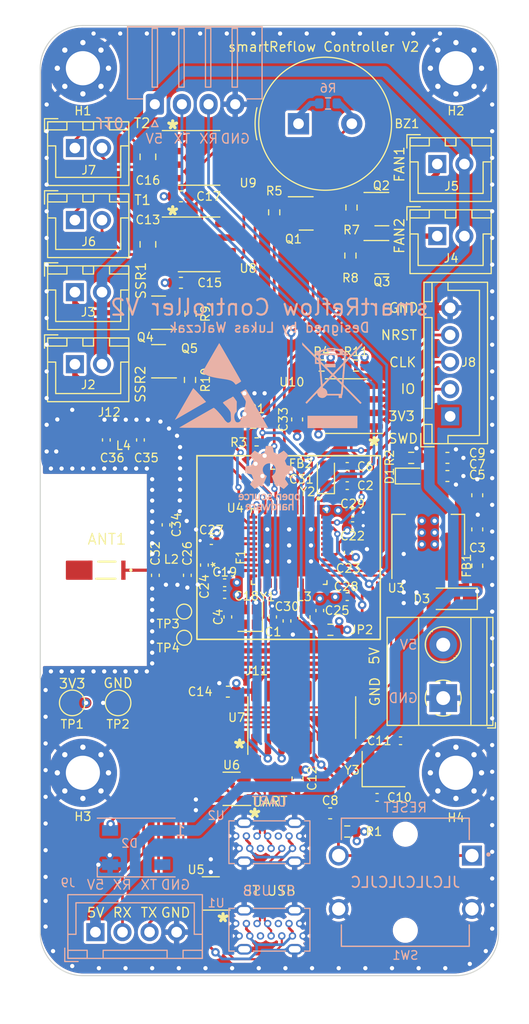
<source format=kicad_pcb>
(kicad_pcb (version 20211014) (generator pcbnew)
  (layers (0 "F.Cu" signal) (1 "In1.Cu" power "GND1") (2 "In2.Cu" power "VCC") (31 "B.Cu" signal) (34 "B.Paste" user) (35 "F.Paste" user) (36 "B.SilkS" user "B.Silkscreen") (37 "F.SilkS" user "F.Silkscreen") (38 "B.Mask" user) (39 "F.Mask" user) (44 "Edge.Cuts" user))
  (net 0 "")
  (net 1 "+3V3")
  (net 2 "Net-(BZ1-Pad2)")
  (net 3 "/32M_IN")
  (net 4 "GND")
  (net 5 "/32K_IN")
  (net 6 "/32M_OUT")
  (net 7 "/32K_OUT")
  (net 8 "/NRST")
  (net 9 "/12M_IN")
  (net 10 "/12M_OUT")
  (net 11 "/T1-")
  (net 12 "/T1+")
  (net 13 "/T2-")
  (net 14 "/T2+")
  (net 15 "Net-(C24-Pad1)")
  (net 16 "Net-(C24-Pad2)")
  (net 17 "Net-(C30-Pad2)")
  (net 18 "Net-(C31-Pad2)")
  (net 19 "Net-(C34-Pad2)")
  (net 20 "Net-(C36-Pad2)")
  (net 21 "Net-(D1-Pad1)")
  (net 22 "+5V")
  (net 24 "/WS_DATA")
  (net 25 "/SSR2")
  (net 26 "/SSR1")
  (net 27 "/FAN1")
  (net 28 "/FAN2")
  (net 29 "/SWCLK")
  (net 30 "/SWDIO")
  (net 31 "/SWO")
  (net 32 "/USART1_TX")
  (net 33 "/USART1_RX")
  (net 34 "Net-(JP1-Pad1)")
  (net 35 "Net-(L3-Pad2)")
  (net 36 "/I2C1_SCL")
  (net 37 "/BUZ")
  (net 38 "/FAN1_IO")
  (net 39 "/FAN2_IO")
  (net 40 "/SSR1_IO")
  (net 41 "/SSR2_IO")
  (net 42 "/I2C1_SDA")
  (net 43 "/USB1_D-")
  (net 44 "/USB1_D+")
  (net 45 "/ST_USB_D+")
  (net 46 "Net-(U1-PadA4)")
  (net 47 "/ST_USB_D-")
  (net 48 "/UART_USB_D+")
  (net 49 "Net-(U2-PadA4)")
  (net 50 "/UART_USB_D-")
  (net 51 "/LPUART1_RX")
  (net 52 "/LPUART1_TX")
  (net 60 "/SPI1_SCK")
  (net 61 "/T1_CS")
  (net 62 "/T2_CS")
  (net 63 "Net-(ANT1-Pad1)")
  (net 67 "/USB2_D+")
  (net 68 "/USB2_D-")
  (net 70 "/SPI1_MISO")
  (net 77 "Net-(F1-Pad3)")
  (net 78 "/ANT_NC")
  (net 79 "Net-(Q1-Pad1)")
  (net 80 "Net-(Q2-Pad1)")
  (net 81 "Net-(Q3-Pad1)")
  (net 82 "Net-(Q4-Pad1)")
  (net 83 "Net-(Q5-Pad1)")
  (net 84 "/VIN")
  (net 85 "/5V_IN")
  (footprint "MountingHole:MountingHole_3.2mm_M3_Pad_Via" (layer "F.Cu") (at 39 70)
    (fp_text reference "H4")
    (fp_text value "MH")
  )
  (footprint "Package_TO_SOT_SMD:SOT-23" (layer "F.Cu") (at 24.95 17.6)
    (fp_text reference "Q1")
    (fp_text value "BSS316NH6327")
  )
  (footprint "footprints:JST_254_2P_V" (layer "F.Cu") (at 3.25 11.475)
    (fp_text reference "J7")
    (fp_text value "T2")
  )
  (footprint "Capacitor_SMD:C_0402_1005Metric" (layer "F.Cu") (at 26.225 54.8 90)
    (fp_text reference "C25")
    (fp_text value "4u7")
  )
  (footprint "footprints:JST_254_2P_V" (layer "F.Cu") (at 3.25 24.975)
    (fp_text reference "J3")
    (fp_text value "SSR1")
  )
  (footprint "TestPoint:TestPoint_Pad_D1.0mm" (layer "F.Cu") (at 13.5 54.9)
    (fp_text reference "TP3")
    (fp_text value "HSE_OUT")
  )
  (footprint "Package_TO_SOT_SMD:SOT-23-6" (layer "F.Cu") (at 16 81.3 180)
    (fp_text reference "U5")
    (fp_text value "USBLC6-2SC6")
  )
  (footprint "Package_SO:SOIC-8_3.9x4.9mm_P1.27mm" (layer "F.Cu") (at 14.9 12.4)
    (fp_text reference "U9")
    (fp_text value "MAX31855KASA")
  )
  (footprint "Capacitor_SMD:C_0603_1608Metric" (layer "F.Cu") (at 13.2 16 180)
    (fp_text reference "C17")
    (fp_text value "100n")
  )
  (footprint "Resistor_SMD:R_0603_1608Metric" (layer "F.Cu") (at 29.2 17.05 90)
    (fp_text reference "R7")
    (fp_text value "10k")
  )
  (footprint "Capacitor_SMD:C_0402_1005Metric" (layer "F.Cu") (at 17.3 53.3)
    (fp_text reference "C18")
    (fp_text value "100n")
  )
  (footprint "Capacitor_SMD:C_0402_1005Metric" (layer "F.Cu") (at 28.8 43.1)
    (fp_text reference "C2")
    (fp_text value "10p")
  )
  (footprint "Capacitor_SMD:C_0402_1005Metric" (layer "F.Cu") (at 33.8 67)
    (fp_text reference "C11")
    (fp_text value "22p")
  )
  (footprint "Capacitor_SMD:C_0402_1005Metric" (layer "F.Cu") (at 29.3 45.65)
    (fp_text reference "C29")
    (fp_text value "100n")
  )
  (footprint "Inductor_SMD:L_0402_1005Metric" (layer "F.Cu") (at 12.3 51.02 180)
    (fp_text reference "L2")
    (fp_text value "0R")
  )
  (footprint "Capacitor_SMD:C_0402_1005Metric" (layer "F.Cu") (at 11.8 46.775 90)
    (fp_text reference "C34")
    (fp_text value "10n")
  )
  (footprint "footprints:JST_254_2P_V" (layer "F.Cu") (at 3.25 31.725)
    (fp_text reference "J2")
    (fp_text value "SSR2")
  )
  (footprint "Buzzer_Beeper:Buzzer_TDK_PS1240P02BT_D12.2mm_H6.5mm" (layer "F.Cu") (at 24.229216 9.2)
    (fp_text reference "BZ1")
    (fp_text value "PS1240P02BT")
  )
  (footprint "Capacitor_SMD:C_0603_1608Metric" (layer "F.Cu") (at 41 44 -90)
    (fp_text reference "C5")
    (fp_text value "100n")
  )
  (footprint "TerminalBlock_Phoenix:TerminalBlock_Phoenix_MKDS-1,5-2_1x02_P5.00mm_Horizontal" (layer "F.Cu") (at 37.805 63 90)
    (fp_text reference "J11")
    (fp_text value "PWR")
  )
  (footprint "TestPoint:TestPoint_Pad_D1.0mm" (layer "F.Cu") (at 13.5 57.35)
    (fp_text reference "TP4")
    (fp_text value "HSE_IN")
  )
  (footprint "Resistor_SMD:R_0603_1608Metric" (layer "F.Cu") (at 14.1 27 -90)
    (fp_text reference "R9")
    (fp_text value "10k")
  )
  (footprint "Resistor_SMD:R_0603_1608Metric" (layer "F.Cu") (at 29.1 21.55 90)
    (fp_text reference "R8")
    (fp_text value "10k")
  )
  (footprint "Capacitor_SMD:C_0402_1005Metric" (layer "F.Cu") (at 23.15 55.775 90)
    (fp_text reference "C30")
    (fp_text value "4u7")
  )
  (footprint "Resistor_SMD:R_0603_1608Metric" (layer "F.Cu") (at 27.225 56.6 180)
    (fp_text reference "JP2")
    (fp_text value "Open")
  )
  (footprint "Capacitor_SMD:C_0402_1005Metric" (layer "F.Cu") (at 21.8 55.4 90)
    (fp_text reference "C1")
    (fp_text value "NF")
  )
  (footprint "Capacitor_SMD:C_0402_1005Metric" (layer "F.Cu") (at 9.4 38.82 90)
    (fp_text reference "C35")
    (fp_text value "NF")
  )
  (footprint "Resistor_SMD:R_0603_1608Metric" (layer "F.Cu") (at 20 37.2 180)
    (fp_text reference "JP1")
    (fp_text value "Open")
  )
  (footprint "Package_TO_SOT_SMD:SOT-23" (layer "F.Cu") (at 11.1 31.45 180)
    (fp_text reference "Q5")
    (fp_text value "BSS316NH6327")
  )
  (footprint "footprints:JST_254_5P_V" (layer "F.Cu") (at 38.455 36.61 90)
    (fp_text reference "J8")
    (fp_text value "SWD")
  )
  (footprint "Capacitor_SMD:C_0402_1005Metric" (layer "F.Cu") (at 31.6 72.3)
    (fp_text reference "C10")
    (fp_text value "22p")
  )
  (footprint "Capacitor_SMD:C_0402_1005Metric" (layer "F.Cu") (at 10.8 51.5 90)
    (fp_text reference "C32")
    (fp_text value "NF")
  )
  (footprint "Resistor_SMD:R_0603_1608Metric" (layer "F.Cu") (at 29.625 31.85 180)
    (fp_text reference "R11")
    (fp_text value "4k7")
  )
  (footprint "Capacitor_SMD:C_0603_1608Metric" (layer "F.Cu") (at 24.1 36.9 -90)
    (fp_text reference "C33")
    (fp_text value "100n")
  )
  (footprint "Package_SO:SOIC-8_3.9x4.9mm_P1.27mm" (layer "F.Cu") (at 14.9 20.5)
    (fp_text reference "U8")
    (fp_text value "MAX31855KASA")
  )
  (footprint "Capacitor_SMD:C_0402_1005Metric" (layer "F.Cu") (at 6.2 38.82 90)
    (fp_text reference "C36")
    (fp_text value "NF")
  )
  (footprint "Capacitor_SMD:C_0603_1608Metric" (layer "F.Cu") (at 38.2 42.2 180)
    (fp_text reference "C7")
    (fp_text value "100n")
  )
  (footprint "Resistor_SMD:R_0603_1608Metric" (layer "F.Cu") (at 14.05 33.2 90)
    (fp_text reference "R10")
    (fp_text value "10k")
  )
  (footprint "Resistor_SMD:R_0603_1608Metric" (layer "F.Cu") (at 34.8 40.5)
    (fp_text reference "R2")
    (fp_text value "470")
  )
  (footprint "Capacitor_SMD:C_0402_1005Metric" (layer "F.Cu") (at 28.8 41.3)
    (fp_text reference "C6")
    (fp_text value "10p")
  )
  (footprint "Capacitor_SMD:C_0402_1005Metric" (layer "F.Cu") (at 28.9 49.35 -90)
    (fp_text reference "C23")
    (fp_text value "100n")
  )
  (footprint "Capacitor_SMD:C_0805_2012Metric" (layer "F.Cu") (at 10.1 20.5 -90)
    (fp_text reference "C13")
    (fp_text value "10n")
  )
  (footprint "MountingHole:MountingHole_3.2mm_M3_Pad_Via" (layer "F.Cu") (at 4 70)
    (fp_text reference "H3")
    (fp_text value "MH")
  )
  (footprint "Capacitor_SMD:C_0603_1608Metric" (layer "F.Cu") (at 27.2 73.8)
    (fp_text reference "C8")
    (fp_text value "100n")
  )
  (footprint "Package_TO_SOT_SMD:SOT-23" (layer "F.Cu") (at 32.05 17.2)
    (fp_text reference "Q2")
    (fp_text value "BSS316NH6327")
  )
  (footprint "Capacitor_SMD:C_0402_1005Metric" (layer "F.Cu") (at 29.3 46.85 180)
    (fp_text reference "C22")
    (fp_text value "100n")
  )
  (footprint "Resistor_SMD:R_0603_1608Metric" (layer "F.Cu") (at 28.8 75.5 180)
    (fp_text reference "R1")
    (fp_text value "10k")
  )
  (footprint "TestPoint:TestPoint_Pad_D2.0mm" (layer "F.Cu") (at 3 63.45 90)
    (fp_text reference "TP1")
    (fp_text value "3v3")
  )
  (footprint "Resistor_SMD:R_0603_1608Metric" (layer "F.Cu") (at 26.4 31.85 180)
    (fp_text reference "R4")
    (fp_text value "4k7")
  )
  (footprint "MountingHole:MountingHole_3.2mm_M3_Pad_Via" (layer "F.Cu") (at 4 4)
    (fp_text reference "H1")
    (fp_text value "MH")
  )
  (footprint "Crystal:Crystal_SMD_3225-4Pin_3.2x2.5mm" (layer "F.Cu") (at 32.2 69.65)
    (fp_text reference "Y3")
    (fp_text value "12M")
  )
  (footprint "Capacitor_SMD:C_0603_1608Metric" (layer "F.Cu") (at 13.2 24.1 180)
    (fp_text reference "C15")
    (fp_text value "100n")
  )
  (footprint "Package_SO:SOIC-16_3.9x9.9mm_P1.27mm" (layer "F.Cu") (at 24.535 64.825 90)
    (fp_text reference "U7")
    (fp_text value "CH340G")
  )
  (footprint "Diode_SMD:D_SOD-123F" (layer "F.Cu") (at 38.8 53.7 180)
    (fp_text reference "D3")
    (fp_text value "PSBD1DF40V1H")
  )
  (footprint "footprints:JST_254_2P_V" (layer "F.Cu") (at 37.25 19.725)
    (fp_text reference "J4")
    (fp_text value "FAN1")
  )
  (footprint "Capacitor_SMD:C_0402_1005Metric" (layer "F.Cu") (at 17.6 55.4 -90)
    (fp_text reference "C4")
    (fp_text value "NF")
  )
  (footprint "Package_TO_SOT_SMD:SOT-223-3_TabPin2" (layer "F.Cu") (at 36.4 47.7 90)
    (fp_text reference "U3")
    (fp_text value "AMS1117-3.3")
  )
  (footprint "MountingHole:MountingHole_3.2mm_M3_Pad_Via" (layer "F.Cu") (at 39 4)
    (fp_text reference "H2")
    (fp_text value "MH")
  )
  (footprint "Crystal:Crystal_SMD_2016-4Pin_2.0x1.6mm" (layer "F.Cu") (at 19.7 55.4 90)
    (fp_text reference "Y1")
    (fp_text value "NX2016_32MHz")
  )
  (footprint "LED_SMD:LED_0603_1608Metric" (layer "F.Cu") (at 34.8 42.2)
    (fp_text reference "D1")
    (fp_text value "PW")
  )
  (footprint "Capacitor_SMD:C_0603_1608Metric" (layer "F.Cu") (at 24.135 70.525 90)
    (fp_text reference "C12")
    (fp_text value "100n")
  )
  (footprint "Package_TO_SOT_SMD:SOT-23" (layer "F.Cu") (at 32.05 21.7)
    (fp_text reference "Q3")
    (fp_text value "BSS316NH6327")
  )
  (footprint "Inductor_SMD:L_0603_1608Metric" (layer "F.Cu") (at 21.825 41.05)
    (fp_text reference "FB2")
    (fp_text value "FCM1608KF-601T03")
  )
  (footprint "footprints:JST_254_2P_V" (layer "F.Cu") (at 3.25 18.225)
    (fp_text reference "J6")
    (fp_text value "T1")
  )
  (footprint "footprints:ANT3216LL00R2400A" (layer "F.Cu") (at 6.25 51.02 180)
    (fp_text reference "ANT1")
    (fp_text value "ANT3216LL00R2400A" hide)
  )
  (footprint "Package_SO:SOP-8_3.9x4.9mm_P1.27mm" (layer "F.Cu") (at 28.7 35.65 180)
    (fp_text reference "U10")
    (fp_text value "ZD24C128A")
  )
  (footprint "Capacitor_SMD:C_0402_1005Metric" (layer "F.Cu") (at 13.8 51.5 90)
    (fp_text reference "C26")
    (fp_text value "NF")
  )
  (footprint "Resistor_SMD:R_0603_1608Metric" (layer "F.Cu") (at 21.95 17.5 90)
    (fp_text reference "R5")
    (fp_text value "10k")
  )
  (footprint "footprints:MLPF-WB55-01E3" (layer "F.Cu") (at 17.2 49.79 90)
    (fp_text reference "F1")
    (fp_text value "MLPF-WB55-01E3")
  )
  (footprint "Capacitor_SMD:C_0402_1005Metric" (layer "F.Cu") (at 22.125 42.55)
    (fp_text reference "C31")
    (fp_text value "100n")
  )
  (footprint "footprints:AMPHENOL_A-1JB" (layer "F.Cu") (at 3 38.35)
    (fp_text reference "J12")
    (fp_text value "A-1JB")
  )
  (footprint "TestPoint:TestPoint_Pad_D2.0mm" (layer "F.Cu") (at 7.3 63.45 90)
    (fp_text reference "TP2")
    (fp_text value "GND")
  )
  (footprint "Capacitor_SMD:C_0402_1005Metric" (layer "F.Cu") (at 16.05 48.25 180)
    (fp_text reference "C27")
    (fp_text value "100n")
  )
  (footprint "Package_TO_SOT_SMD:SOT-23-6" (layer "F.Cu") (at 17.95 71.5 180)
    (fp_text reference "U6")
    (fp_text value "USBLC6-2SC6")
  )
  (footprint "Resistor_SMD:R_0402_1005Metric" (layer "F.Cu") (at 20.3 39 180)
    (fp_text reference "R3")
    (fp_text value "10k")
  )
  (footprint "footprints:JST_254_2P_V" (layer "F.Cu") (at 37.25 12.975)
    (fp_text reference "J5")
    (fp_text value "FAN2")
  )
  (footprint "Capacitor_SMD:C_0603_1608Metric" (layer "F.Cu") (at 41 47.2 -90)
    (fp_text reference "C3")
    (fp_text value "10u")
  )
  (footprint "Inductor_SMD:L_0402_1005Metric" (layer "F.Cu") (at 7.8 38.35 180)
    (fp_text reference "L4")
    (fp_text value "NF")
  )
  (footprint "Capacitor_SMD:C_0402_1005Metric" (layer "F.Cu") (at 17.3 52.2)
    (fp_text reference "C19")
    (fp_text value "100p")
  )
  (footprint "Capacitor_SMD:C_0402_1005Metric" (layer "F.Cu") (at 15.4 50.54 -90)
    (fp_text reference "C24")
    (fp_text value "10n")
  )
  (footprint "Capacitor_SMD:C_0603_1608Metric" (layer "F.Cu") (at 17.6 62.4 180)
    (fp_text reference "C14")
    (fp_text value "100n")
  )
  (footprint "footprints:QFN50P700X700X60-49N" (layer "F.Cu") (at 23.35 48.8 -90)
    (fp_text reference "U4")
    (fp_text value "STM32WBxx_QFN48")
  )
  (footprint "Crystal:Crystal_SMD_2012-2Pin_2.0x1.2mm_HandSoldering" (layer "F.Cu") (at 26.8 42.2 90)
    (fp_text reference "Y2")
    (fp_text value "NX2012_32K768Hz")
  )
  (footprint "Inductor_SMD:L_0603_1608Metric" (layer "F.Cu") (at 41 50.6 90)
    (fp_text reference "FB1")
    (fp_text value "100O@100M")
  )
  (footprint "Capacitor_SMD:C_0402_1005Metric" (layer "F.Cu") (at 28.8 53.5)
    (fp_text reference "C28")
    (fp_text value "100n")
  )
  (footprint "Capacitor_SMD:C_0805_2012Metric" (layer "F.Cu") (at 10.1 12.3 -90)
    (fp_text reference "C16")
    (fp_text value "10n")
  )
  (footprint "Package_TO_SOT_SMD:SOT-23" (layer "F.Cu") (at 11.1 26.9 180)
    (fp_text reference "Q4")
    (fp_text value "BSS316NH6327")
  )
  (footprint "Capacitor_SMD:C_0603_1608Metric" (layer "F.Cu") (at 38.2 40.5 180)
    (fp_text reference "C9")
    (fp_text value "10u")
  )
  (footprint "Inductor_SMD:L_0603_1608Metric" (layer "F.Cu") (at 24.8 55.45 90)
    (fp_text reference "L3")
    (fp_text value "10u")
  )
  (footprint "footprints:918-468K2029E50001" (layer "B.Cu") (at 21.5 76.5 90)
    (fp_text reference "U2")
    (fp_text value "918-468K2029E50001")
  )
  (footprint "LED_SMD:LED_WS2812B_PLCC4_5.0x5.0mm_P3.2mm" (layer "B.Cu") (at 9 77 180)
    (fp_text reference "D2")
    (fp_text value "ST_LED")
  )
  (footprint "footprints:JST_254_4P_V" (layer "B.Cu") (at 5.175 84.925)
    (fp_text reference "J9")
    (fp_text value "NEXTION_FRONT")
  )
  (footprint "Symbol:OSHW-Logo_5.7x6mm_SilkScreen" (layer "B.Cu") (at 21.49 42.4 180)
    (fp_text reference "REF**" hide)
    (fp_text value "OSHW-Logo_5.7x6mm_SilkScreen" hide)
  )
  (footprint "footprints:JST_254_4P_H" (layer "B.Cu") (at 10.75 7.3725)
    (fp_text reference "J10")
    (fp_text value "NEXTION_OB")
  )
  (footprint "Symbol:ESD-Logo_8.9x8mm_SilkScreen" (layer "B.Cu") (at 17 33.7 180)
    (fp_text reference "REF**" hide)
    (fp_text value "ESD-Logo_8.9x8mm_SilkScreen" hide)
  )
  (footprint "Symbol:WEEE-Logo_5.6x8mm_SilkScreen" (layer "B.Cu") (at 27.4 33.7 180)
    (fp_text reference "REF**" hide)
    (fp_text value "WEEE-Logo_5.6x8mm_SilkScreen" hide)
  )
  (footprint "footprints:918-468K2029E50001" (layer "B.Cu") (at 21.5 84.7 90)
    (fp_text reference "U1")
    (fp_text value "918-468K2029E50001")
  )
  (footprint "footprints:SW_B3F-4055" (layer "B.Cu") (at 34.25 80.25 180)
    (fp_text reference "SW1")
    (fp_text value "B3F-4055")
  )
  (footprint "Resistor_SMD:R_0603_1608Metric" (layer "B.Cu") (at 27 7.3 180)
    (fp_text reference "R6")
    (fp_text value "1k")
  )
  (gr_rect (start 31.9 57.5) (end 14.7 40.3) (layer "F.SilkS") (width 0.15) (fill none))
  (gr_arc (start 39 0) (mid 41.828427 1.171573) (end 43 4) (layer "Edge.Cuts") (width 0.1))
  (gr_line (start 39 89) (end 4 89) (layer "Edge.Cuts") (width 0.1))
  (gr_arc (start 4 89) (mid 1.171573 87.828427) (end 0 85) (layer "Edge.Cuts") (width 0.1))
  (gr_arc (start 0 4) (mid 1.171573 1.171573) (end 4 0) (layer "Edge.Cuts") (width 0.1))
  (gr_arc (start 43 85) (mid 41.828427 87.828427) (end 39 89) (layer "Edge.Cuts") (width 0.1))
  (gr_line (start 4 0) (end 39 0) (layer "Edge.Cuts") (width 0.1))
  (gr_line (start 43 4) (end 43 85) (layer "Edge.Cuts") (width 0.1))
  (gr_line (start 0 85) (end 0 4) (layer "Edge.Cuts") (width 0.1))
  (gr_text "RX" (at 7.69 80.49) (layer "B.SilkS") (effects (font (size 0.9 0.9) (thickness 0.125)) (justify mirror)))
  (gr_text "5V\n" (at 10.7 10.6) (layer "B.SilkS") (effects (font (size 0.9 0.9) (thickness 0.125)) (justify mirror)))
  (gr_text "UART" (at 21.5 72.7) (layer "B.SilkS") (effects (font (size 0.9 0.9) (thickness 0.125)) (justify mirror)))
  (gr_text "smartReflow Controller V2" (at 21.5 26.4) (layer "B.SilkS") (effects (font (size 1.5 1.5) (thickness 0.2)) (justify mirror)))
  (gr_text "RESET" (at 34.25 73.25) (layer "B.SilkS") (effects (font (size 0.9 0.9) (thickness 0.125)) (justify mirror)))
  (gr_text "TX" (at 10.19 80.49) (layer "B.SilkS") (effects (font (size 0.9 0.9) (thickness 0.125)) (justify mirror)))
  (gr_text "5V" (at 5.19 80.49) (layer "B.SilkS") (effects (font (size 0.9 0.9) (thickness 0.125)) (justify mirror)))
  (gr_text "5V" (at 34.55 58) (layer "B.SilkS") (effects (font (size 0.9 0.9) (thickness 0.125)) (justify mirror)))
  (gr_text "ST USB" (at 21.45 81.05) (layer "B.SilkS") (effects (font (size 0.9 0.9) (thickness 0.125)) (justify mirror)))
  (gr_text "GND" (at 18.3 10.6) (layer "B.SilkS") (effects (font (size 0.9 0.9) (thickness 0.125)) (justify mirror)))
  (gr_text "TX" (at 13.3 10.6) (layer "B.SilkS") (effects (font (size 0.9 0.9) (thickness 0.125)) (justify mirror)))
  (gr_text "GND" (at 34.05 63) (layer "B.SilkS") (effects (font (size 0.9 0.9) (thickness 0.125)) (justify mirror)))
  (gr_text "GND\n" (at 12.69 80.49) (layer "B.SilkS") (effects (font (size 0.9 0.9) (thickness 0.125)) (justify mirror)))
  (gr_text "RX" (at 15.8 10.6) (layer "B.SilkS") (effects (font (size 0.9 0.9) (thickness 0.125)) (justify mirror)))
  (gr_text "JLCJLCJLCJLC\n" (at 34.25 80.25) (layer "B.SilkS") (effects (font (size 1 1)) (justify mirror)))
  (gr_text "Designed by Lukas Walczak" (at 21.5 28.3) (layer "B.SilkS") (effects (font (size 0.9 0.9)) (justify mirror)))
  (gr_text "CLK" (at 34 31.55) (layer "F.SilkS") (effects (font (size 0.9 0.9) (thickness 0.125))))
  (gr_text "SSR2\n" (at 9.4 33.6 90) (layer "F.SilkS") (effects (font (size 0.9 0.9) (thickness 0.125))))
  (gr_text "*" (at 31.325 39.425) (layer "F.SilkS") (effects (font (size 1.5 1.5) (thickness 0.3))))
  (gr_text "GND" (at 31.4 62.4 90) (layer "F.SilkS") (effects (font (size 0.9 0.9) (thickness 0.125))))
  (gr_text "TX" (at 10.2 83.1) (layer "F.SilkS") (effects (font (size 0.9 0.9) (thickness 0.125))))
  (gr_text "FAN2" (at 33.7 19.7 90) (layer "F.SilkS") (effects (font (size 0.9 0.9) (thickness 0.125))))
  (gr_text "5V\n" (at 31.35 59.05 90) (layer "F.SilkS") (effects (font (size 0.9 0.9) (thickness 0.125))))
  (gr_text "SWD" (at 34.05 38.7) (layer "F.SilkS") (effects (font (size 0.9 0.9) (thickness 0.125))))
  (gr_text "*" (at 18.7 67.75) (layer "F.SilkS") (effects (font (size 1.5 1.5) (thickness 0.3))))
  (gr_text "UART" (at 21.55 72.7) (layer "F.SilkS") (effects (font (size 0.9 0.9) (thickness 0.125))))
  (gr_text "ST USB" (at 21.5 81.05) (layer "F.SilkS") (effects (font (size 0.9 0.9) (thickness 0.125))))
  (gr_text "GND\n" (at 34.1 26.45) (layer "F.SilkS") (effects (font (size 0.9 0.9) (thickness 0.125))))
  (gr_text "T1\n" (at 9.6 16.35) (layer "F.SilkS") (effects (font (size 0.9 0.9) (thickness 0.125))))
  (gr_text "*" (at 17.15 84.025) (layer "F.SilkS") (effects (font (size 1.5 1.5) (thickness 0.3))))
  (gr_text "NRST" (at 33.65 29) (layer "F.SilkS") (effects (font (size 0.9 0.9) (thickness 0.125))))
  (gr_text "T2" (at 9.55 9.15) (layer "F.SilkS") (effects (font (size 0.9 0.9) (thickness 0.125))))
  (gr_text "FAN1" (at 33.7 13 90) (layer "F.SilkS") (effects (font (size 0.9 0.9) (thickness 0.125))))
  (gr_text "smartReflow Controller V2" (at 26.6 2) (layer "F.SilkS") (effects (font (size 0.9 0.9) (thickness 0.125))))
  (gr_text "RX" (at 7.7 83.1) (layer "F.SilkS") (effects (font (size 0.9 0.9) (thickness 0.125))))
  (gr_text "5V\n" (at 5.2 83.1) (layer "F.SilkS") (effects (font (size 0.9 0.9) (thickness 0.125))))
  (gr_text "*" (at 20.125 74.225) (layer "F.SilkS") (effects (font (size 1.5 1.5) (thickness 0.3))))
  (gr_text "3V3" (at 3 61.65) (layer "F.SilkS") (effects (font (size 0.9 0.9) (thickness 0.125))))
  (gr_text "GND" (at 12.7 83.1) (layer "F.SilkS") (effects (font (size 0.9 0.9) (thickness 0.125))))
  (gr_text "SSR1\n" (at 9.45 23.9 90) (layer "F.SilkS") (effects (font (size 0.9 0.9) (thickness 0.125))))
  (gr_text "*" (at 12.425 17.8) (layer "F.SilkS") (effects (font (size 1.5 1.5) (thickness 0.3))))
  (gr_text "IO" (at 34.5 34.05) (layer "F.SilkS") (effects (font (size 0.9 0.9) (thickness 0.125))))
  (gr_text "*" (at 12.425 9.75) (layer "F.SilkS") (effects (font (size 1.5 1.5) (thickness 0.3))))
  (gr_text "3V3\n" (at 33.9 36.6) (layer "F.SilkS") (effects (font (size 0.9 0.9) (thickness 0.125))))
  (gr_text "GND" (at 7.3 61.6) (layer "F.SilkS") (effects (font (size 0.9 0.9) (thickness 0.125))))
  (segment (start 16.53 48.25) (end 16.53 47.57) (width 0.2) (layer "F.Cu") (net 1))
  (segment (start 18.375 62.4) (end 18.375 61.625) (width 0.5) (layer "F.Cu") (net 1))
  (segment (start 24.135 69.225) (end 24.135 69.75) (width 0.5) (layer "F.Cu") (net 1))
  (segment (start 21.0375 40.3125) (end 21.0375 41.05) (width 0.5) (layer "F.Cu") (net 1))
  (segment (start 24.9 69.7) (end 24.85 69.75) (width 0.5) (layer "F.Cu") (net 1))
  (segment (start 19.175 37.2) (end 19.175 36.425) (width 0.5) (layer "F.Cu") (net 1))
  (segment (start 24.22 37.555) (end 24.1 37.675) (width 0.5) (layer "F.Cu") (net 1))
  (segment (start 23.9 68.99) (end 24.135 69.225) (width 0.5) (layer "F.Cu") (net 1))
  (segment (start 20.09 62.35) (end 18.425 62.35) (width 0.5) (layer "F.Cu") (net 1))
  (segment (start 29.55 49.85) (end 29.6 49.8) (width 0.5) (layer "F.Cu") (net 1))
  (segment (start 12.425 16) (end 11.6 16) (width 0.5) (layer "F.Cu") (net 1))
  (segment (start 26.075 38.275) (end 26.1 38.3) (width 0.5) (layer "F.Cu") (net 1))
  (segment (start 23.9 67.3) (end 23.9 68.99) (width 0.5) (layer "F.Cu") (net 1))
  (segment (start 18.425 62.35) (end 18.375 62.4) (width 0.5) (layer "F.Cu") (net 1))
  (segment (start 17.65 48.25) (end 18.95 49.55) (width 0.2) (layer "F.Cu") (net 1))
  (segment (start 26.075 37.555) (end 26.075 38.275) (width 0.5) (layer "F.Cu") (net 1))
  (segment (start 28.35 50.05) (end 28.57 49.83) (width 0.254) (layer "F.Cu") (net 1))
  (segment (start 27.225 31.85) (end 27.225 31.125) (width 0.5) (layer "F.Cu") (net 1))
  (segment (start 26.075 37.555) (end 24.22 37.555) (width 0.5) (layer "F.Cu") (net 1))
  (segment (start 26.785 50.05) (end 28.35 50.05) (width 0.254) (layer "F.Cu") (net 1))
  (segment (start 30.45 31.1) (end 30.425 31.075) (width 0.5) (layer "F.Cu") (net 1))
  (segment (start 12.425 24.1) (end 11.7 24.1) (width 0.5) (layer "F.Cu") (net 1))
  (segment (start 30.45 31.85) (end 30.45 31.1) (width 0.5) (layer "F.Cu") (net 1))
  (segment (start 12.425 14.305) (end 12.425 16) (width 0.5) (layer "F.Cu") (net 1))
  (segment (start 18.375 61.625) (end 18.4 61.6) (width 0.5) (layer "F.Cu") (net 1))
  (segment (start 27.225 31.125) (end 27.25 31.1) (width 0.5) (layer "F.Cu") (net 1))
  (segment (start 28.05 56.6) (end 28.05 55.8) (width 0.5) (layer "F.Cu") (net 1))
  (segment (start 16.53 47.57) (end 16.55 47.55) (width 0.2) (layer "F.Cu") (net 1))
  (segment (start 3 63.45) (end 4.3 63.45) (width 1) (layer "F.Cu") (net 1))
  (segment (start 28.05 56.6) (end 28.8 56.6) (width 0.5) (layer "F.Cu") (net 1))
  (segment (start 24.85 69.75) (end 24.135 69.75) (width 0.5) (layer "F.Cu") (net 1))
  (segment (start 24.1 37.675) (end 24.1 38.5) (width 0.5) (layer "F.Cu") (net 1))
  (segment (start 29.625 75.5) (end 29.625 76.325) (width 0.5) (layer "F.Cu") (net 1))
  (segment (start 21.05 40.3) (end 21.0375 40.3125) (width 0.5) (layer "F.Cu") (net 1))
  (segment (start 16.83 48.25) (end 17.65 48.25) (width 0.2) (layer "F.Cu") (net 1))
  (segment (start 29.625 76.325) (end 29.7 76.4) (width 0.5) (layer "F.Cu") (net 1))
  (segment (start 28.9 49.85) (end 29.55 49.85) (width 0.5) (layer "F.Cu") (net 1))
  (segment (start 21.0375 41.05) (end 20.2 41.05) (width 0.5) (layer "F.Cu") (net 1))
  (segment (start 19.175 36.425) (end 19.15 36.4) (width 0.5) (layer "F.Cu") (net 1))
  (segment (start 18.95 49.55) (end 19.915 49.55) (width 0.2) (layer "F.Cu") (net 1))
  (segment (start 29.625 75.5) (end 30.4 75.5) (width 0.5) (layer "F.Cu") (net 1))
  (segment (start 12.425 22.405) (end 12.425 24.1) (width 0.5) (layer "F.Cu") (net 1))
  (segment (start 28.57 49.83) (end 28.9 49.83) (width 0.254) (layer "F.Cu") (net 1))
  (via (at 18.4 61.6) (size 0.8) (drill 0.4) (layers "F.Cu" "B.Cu") (net 1))
  (via (at 37 47.5) (size 0.8) (drill 0.4) (layers "F.Cu" "B.Cu") (net 1))
  (via (at 20.2 41.05) (size 0.8) (drill 0.4) (layers "F.Cu" "B.Cu") (net 1))
  (via (at 26.1 38.3) (size 0.8) (drill 0.4) (layers "F.Cu" "B.Cu") (net 1))
  (via (at 30.4 75.5) (size 0.8) (drill 0.4) (layers "F.Cu" "B.Cu") (net 1))
  (via (at 24.1 38.5) (size 0.8) (drill 0.4) (layers "F.Cu" "B.Cu") (net 1))
  (via (at 28.8 47.300011) (size 0.8) (drill 0.4) (layers "F.Cu" "B.Cu") (net 1))
  (via (at 18.45 53.3) (size 0.8) (drill 0.4) (layers "F.Cu" "B.Cu") (net 1))
  (via (at 35.8 47.5) (size 0.8) (drill 0.4) (layers "F.Cu" "B.Cu") (net 1))
  (via (at 29.7 76.4) (size 0.8) (drill 0.4) (layers "F.Cu" "B.Cu") (net 1))
  (via (at 11.6 16) (size 0.8) (drill 0.4) (layers "F.Cu" "B.Cu") (net 1))
  (via (at 27.95 45.425) (size 0.8) (drill 0.4) (layers "F.Cu" "B.Cu") (net 1))
  (via (at 11.7 24.1) (size 0.8) (drill 0.4) (layers "F.Cu" "B.Cu") (net 1))
  (via (at 35.8 46.4) (size 0.8) (drill 0.4) (layers "F.Cu" "B.Cu") (net 1))
  (via (at 21.05 40.3) (size 0.8) (drill 0.4) (layers "F.Cu" "B.Cu") (net 1))
  (via (at 27.25 31.1) (size 0.8) (drill 0.4) (layers "F.Cu" "B.Cu") (net 1))
  (via (at 28.8 56.6) (size 0.8) (drill 0.4) (layers "F.Cu" "B.Cu") (net 1))
  (via (at 19.15 36.4) (size 0.8) (drill 0.4) (layers "F.Cu" "B.Cu") (net 1))
  (via (at 27.675 53.525) (size 0.8) (drill 0.4) (layers "F.Cu" "B.Cu") (net 1))
  (via (at 29.6 49.8) (size 0.8) (drill 0.4) (layers "F.Cu" "B.Cu") (net 1))
  (via (at 18.45 52.175) (size 0.8) (drill 0.4) (layers "F.Cu" "B.Cu") (net 1))
  (via (at 26.225 53.675) (size 0.8) (drill 0.4) (layers "F.Cu" "B.Cu") (net 1))
  (via (at 37 46.4) (size 0.8) (drill 0.4) (layers "F.Cu" "B.Cu") (net 1))
  (via (at 30.425 31.075) (size 0.8) (drill 0.4) (layers "F.Cu" "B.Cu") (net 1))
  (via (at 35.8 48.6) (size 0.8) (drill 0.4) (layers "F.Cu" "B.Cu") (net 1))
  (via (at 24.9 69.7) (size 0.8) (drill 0.4) (layers "F.Cu" "B.Cu") (net 1))
  (via (at 37 48.6) (size 0.8) (drill 0.4) (layers "F.Cu" "B.Cu") (net 1))
  (via (at 26.85 45.3) (size 0.8) (drill 0.4) (layers "F.Cu" "B.Cu") (net 1))
  (via (at 28.05 55.8) (size 0.8) (drill 0.4) (layers "F.Cu" "B.Cu") (net 1))
  (via (at 4.3 63.45) (size 0.8) (drill 0.4) (layers "F.Cu" "B.Cu") (net 1))
  (via (at 16.55 47.55) (size 0.8) (drill 0.4) (layers "F.Cu" "B.Cu") (net 1))
  (segment (start 24.229216 8.420784) (end 24.229216 9.2) (width 0.5) (layer "B.Cu") (net 1))
  (segment (start 25.35 7.3) (end 24.229216 8.420784) (width 0.5) (layer "B.Cu") (net 1))
  (segment (start 26.175 7.3) (end 25.35 7.3) (width 0.5) (layer "B.Cu") (net 1))
  (segment (start 26.65 17.6) (end 27 17.25) (width 0.254) (layer "F.Cu") (net 2))
  (segment (start 27 11.429216) (end 29.229216 9.2) (width 0.254) (layer "F.Cu") (net 2))
  (segment (start 27 17.25) (end 27 11.429216) (width 0.254) (layer "F.Cu") (net 2))
  (segment (start 25.8875 17.6) (end 26.65 17.6) (width 0.254) (layer "F.Cu") (net 2))
  (segment (start 28.1 7.3) (end 29.229216 8.429216) (width 0.5) (layer "B.Cu") (net 2))
  (segment (start 29.229216 8.429216) (end 29.229216 9.2) (width 0.5) (layer "B.Cu") (net 2))
  (segment (start 27.825 7.3) (end 28.1 7.3) (width 0.5) (layer "B.Cu") (net 2))
  (segment (start 20.6 53.175) (end 21.05 53.625) (width 0.254) (layer "F.Cu") (net 3))
  (segment (start 19.703022 57.05) (end 13.8 57.05) (width 0.254) (layer "F.Cu") (net 3))
  (segment (start 21.05 55.3) (end 21.63 55.88) (width 0.254) (layer "F.Cu") (net 3))
  (segment (start 21.05 55.3) (end 20.25 56.1) (width 0.254) (layer "F.Cu") (net 3))
  (segment (start 20.25 56.1) (end 20.25 56.503022) (width 0.254) (layer "F.Cu") (net 3))
  (segment (start 20.25 56.503022) (end 19.703022 57.05) (width 0.254) (layer "F.Cu") (net 3))
  (segment (start 21.05 53.625) (end 21.05 55.3) (width 0.254) (layer "F.Cu") (net 3))
  (segment (start 21.63 55.88) (end 21.8 55.88) (width 0.254) (layer "F.Cu") (net 3))
  (segment (start 13.8 57.05) (end 13.5 57.35) (width 0.254) (layer "F.Cu") (net 3))
  (segment (start 20.6 52.235) (end 20.6 53.175) (width 0.254) (layer "F.Cu") (net 3))
  (segment (start 30 88.3) (end 31.7 88.3) (width 1) (layer "F.Cu") (net 4))
  (segment (start 26.075 36.285) (end 24.26 36.285) (width 0.5) (layer "F.Cu") (net 4))
  (segment (start 0.50002 64.74998) (end 0.50002 62.24998) (width 1) (layer "F.Cu") (net 4))
  (segment (start 24.1 50.95) (end 23.35 50.2) (width 0.254) (layer "F.Cu") (net 4))
  (segment (start 0.50002 66.49998) (end 0.50002 64.74998) (width 1) (layer "F.Cu") (net 4))
  (segment (start 39.027208 0.7) (end 3.93 0.7) (width 1) (layer "F.Cu") (net 4))
  (segment (start 0.999999 41.5) (end 1 41.5) (width 1) (layer "F.Cu") (net 4))
  (segment (start 0.50002 62.24998) (end 0.50002 61.707058) (width 1) (layer "F.Cu") (net 4))
  (segment (start 34 88.3) (end 34.2 88.3) (width 1) (layer "F.Cu") (net 4))
  (segment (start 24.1 52.235) (end 24.1 50.95) (width 0.254) (layer "F.Cu") (net 4))
  (segment (start 17.7 88.3) (end 19.2 88.3) (width 1) (layer "F.Cu") (net 4))
  (segment (start 14.2 88.3) (end 16.7 88.3) (width 1) (layer "F.Cu") (net 4))
  (segment (start 34.2 88.3) (end 36.7 88.3) (width 1) (layer "F.Cu") (net 4))
  (segment (start 0.582688 4.435542) (end 0.582688 40.492521) (width 1) (layer "F.Cu") (net 4))
  (segment (start 0.50002 82.24998) (end 0.50002 82.49998) (width 1) (layer "F.Cu") (net 4))
  (segment (start 24.26 36.285) (end 24.1 36.125) (width 0.5) (layer "F.Cu") (net 4))
  (segment (start 24.2 88.3) (end 26 88.3) (width 1) (layer "F.Cu") (net 4))
  (segment (start 0.50002 79.74998) (end 0.50002 82.24998) (width 1) (layer "F.Cu") (net 4))
  (segment (start 0.50002 82.49998) (end 0.50002 84.402993) (width 1) (layer "F.Cu") (net 4))
  (segment (start 26 88.3) (end 26.7 88.3) (width 1) (layer "F.Cu") (net 4))
  (segment (start 16.7 88.3) (end 17.7 88.3) (width 1) (layer "F.Cu") (net 4))
  (segment (start 0.50002 72.09998) (end 0.50002 70.49998) (width 1) (layer "F.Cu") (net 4))
  (segment (start 0.50002 74.74998) (end 0.50002 77.24998) (width 1) (layer "F.Cu") (net 4))
  (segment (start 4.2 88.3) (end 6.7 88.3) (width 1) (layer "F.Cu") (net 4))
  (segment (start 13.7 88.3) (end 14.2 88.3) (width 1) (layer "F.Cu") (net 4))
  (segment (start 11.7 88.3) (end 13.7 88.3) (width 1) (layer "F.Cu") (net 4))
  (segment (start 36.7 88.3) (end 38.744366 88.3) (width 1) (layer "F.Cu") (net 4))
  (segment (start 21.7 88.3) (end 24.2 88.3) (width 1) (layer "F.Cu") (net 4))
  (segment (start 20.25 54.7) (end 20.25 54.05) (width 0.254) (layer "F.Cu") (net 4))
  (segment (start 0.50002 78.49998) (end 0.50002 79.74998) (width 1) (layer "F.Cu") (net 4))
  (segment (start 9.2 88.3) (end 11.7 88.3) (width 1) (layer "F.Cu") (net 4))
  (segment (start 29.2 88.3) (end 30 88.3) (width 1) (layer "F.Cu") (net 4))
  (segment (start 0.50002 67.24998) (end 0.50002 66.49998) (width 1) (layer "F.Cu") (net 4))
  (segment (start 0.50002 74.49998) (end 0.50002 74.74998) (width 1) (layer "F.Cu") (net 4))
  (segment (start 31.7 88.3) (end 34 88.3) (width 1) (layer "F.Cu") (net 4))
  (segment (start 8.7 88.3) (end 9.2 88.3) (width 1) (layer "F.Cu") (net 4))
  (segment (start 4.114188 88.3) (end 4.2 88.3) (width 1) (layer "F.Cu") (net 4))
  (segment (start 0.50002 72.24998) (end 0.50002 74.49998) (width 1) (layer "F.Cu") (net 4))
  (segment (start 26.7 88.3) (end 29.2 88.3) (width 1) (layer "F.Cu") (net 4))
  (segment (start 0.50002 77.24998) (end 0.50002 78.49998) (width 1) (layer "F.Cu") (net 4))
  (segment (start 7.3 63.45) (end 5.9 63.45) (width 1) (layer "F.Cu") (net 4))
  (segment (start 20.956143 50.55) (end 21.3 50.206143) (width 0.254) (layer "F.Cu") (net 4))
  (segment (start 0.50002 69.74998) (end 0.50002 67.24998) (width 1) (layer "F.Cu") (net 4))
  (segment (start 42.37452 84.847289) (end 42.37452 4.435542) (width 1) (layer "F.Cu") (net 4))
  (segment (start 19.915 50.55) (end 20.956143 50.55) (width 0.254) (layer "F.Cu") (net 4))
  (segment (start 0.50002 72.09998) (end 0.50002 72.24998) (width 1) (layer "F.Cu") (net 4))
  (segment (start 19.2 88.3) (end 21.7 88.3) (width 1) (layer "F.Cu") (net 4))
  (segment (start 6.7 88.3) (end 8.7 88.3) (width 1) (layer "F.Cu") (net 4))
  (segment (start 0.50002 70.49998) (end 0.50002 69.74998) (width 1) (layer "F.Cu") (net 4))
  (via (at 42.4 29.9) (size 0.8) (drill 0.4) (layers "F.Cu" "B.Cu") (net 4))
  (via (at 6.52 77.71) (size 0.8) (drill 0.4) (layers "F.Cu" "B.Cu") (net 4))
  (via (at 30.3 45.6) (size 0.6) (drill 0.3) (layers "F.Cu" "B.Cu") (net 4))
  (via (at 13.115 40.49) (size 0.8) (drill 0.4) (layers "F.Cu" "B.Cu") (net 4))
  (via (at 25 0.75) (size 0.8) (drill 0.4) (layers "F.Cu" "B.Cu") (net 4))
  (via (at 34.1 49.5) (size 0.8) (drill 0.4) (layers "F.Cu" "B.Cu") (net 4))
  (via (at 21.05 34.45) (size 0.8) (drill 0.4) (layers "F.Cu" "B.Cu") (net 4))
  (via (at 8 41.5) (size 0.8) (drill 0.4) (layers "F.Cu" "B.Cu") (net 4))
  (via (at 42.4 52.4) (size 0.8) (drill 0.4) (layers "F.Cu" "B.Cu") (net 4))
  (via (at 7 60.5) (size 0.8) (drill 0.4) (layers "F.Cu" "B.Cu") (net 4))
  (via (at 0.50002 77.24998) (size 0.8) (drill 0.4) (layers "F.Cu" "B.Cu") (net 4))
  (via (at 12.83 38.43) (size 0.8) (drill 0.4) (layers "F.Cu" "B.Cu") (net 4))
  (via (at 14.78 52.37) (size 0.8) (drill 0.4) (layers "F.Cu" "B.Cu") (net 4))
  (via (at 0.50002 74.74998) (size 0.8) (drill 0.4) (layers "F.Cu" "B.Cu") (net 4))
  (via (at 18 88.3) (size 0.8) (drill 0.4) (layers "F.Cu" "B.Cu") (net 4))
  (via (at 0.6 14.9) (size 0.8) (drill 0.4) (layers "F.Cu" "B.Cu") (net 4))
  (via (at 38 88.3) (size 0.8) (drill 0.4) (layers "F.Cu" "B.Cu") (net 4))
  (via (at 0.6 22.4) (size 0.8) (drill 0.4) (layers "F.Cu" "B.Cu") (net 4))
  (via (at 0.6 37.4) (size 0.8) (drill 0.4) (layers "F.Cu" "B.Cu") (net 4))
  (via (at 39 43) (size 0.8) (drill 0.4) (layers "F.Cu" "B.Cu") (net 4))
  (via (at 15 0.75) (size 0.8) (drill 0.4) (layers "F.Cu" "B.Cu") (net 4))
  (via (at 35 0.75) (size 0.8) (drill 0.4) (layers "F.Cu" "B.Cu") (net 4))
  (via (at 16 78.1) (size 0.8) (drill 0.4) (layers "F.Cu" "B.Cu") (net 4))
  (via (at 0.6 29.9) (size 0.8) (drill 0.4) (layers "F.Cu" "B.Cu") (net 4))
  (via (at 42.4 39.9) (size 0.8) (drill 0.4) (layers "F.Cu" "B.Cu") (net 4))
  (via (at 34.1 52.1) (size 0.8) (drill 0.4) (layers "F.Cu" "B.Cu") (net 4))
  (via (at 20 0.75) (size 0.8) (drill 0.4) (layers "F.Cu" "B.Cu") (net 4))
  (via (at 25.5 88.3) (size 0.8) (drill 0.4) (layers "F.Cu" "B.Cu") (net 4))
  (via (at 10.5 88.3) (size 0.8) (drill 0.4) (layers "F.Cu" "B.Cu") (net 4))
  (via (at 6 41.5) (size 0.8) (drill 0.4) (layers "F.Cu" "B.Cu") (net 4))
  (via (at 10.5 42.5) (size 0.8) (drill 0.4) (layers "F.Cu" "B.Cu") (net 4))
  (via (at 13.115 39.49) (size 0.8) (drill 0.4) (layers "F.Cu" "B.Cu") (net 4))
  (via (at 23 88.3) (size 0.8) (drill 0.4) (layers "F.Cu" "B.Cu") (net 4))
  (via (at 10.1 36.925) (size 0.8) (drill 0.4) (layers "F.Cu" "B.Cu") (net 4))
  (via (at 39.7 42.2) (size 0.8) (drill 0.4) (layers "F.Cu" "B.Cu") (net 4))
  (via (at 10 41.5) (size 0.8) (drill 0.4) (layers "F.Cu" "B.Cu") (net 4))
  (via (at 7.025 36.925) (size 0.8) (drill 0.4) (layers "F.Cu" "B.Cu") (net 4))
  (via (at 12.5 0.75) (size 0.8) (drill 0.4) (layers "F.Cu" "B.Cu") (net 4))
  (via (at 42.4 84.6) (size 0.8) (drill 0.4) (layers "F.Cu" "B.Cu") (net 4))
  (via (at 13.09 44.49) (size 0.8) (drill 0.4) (layers "F.Cu" "B.Cu") (net 4))
  (via (at 20.5 88.3) (size 0.8) (drill 0.4) (layers "F.Cu" "B.Cu") (net 4))
  (via (at 23.7 57.05) (size 0.8) (drill 0.4) (layers "F.Cu" "B.Cu") (net 4))
  (via (at 23.35 50.2) (size 0.8) (drill 0.4) (layers "F.Cu" "B.Cu") (net 4))
  (via (at 8 88.3) (size 0.8) (drill 0.4) (layers "F.Cu" "B.Cu") (net 4))
  (via (at 42.4 9.9) (size 0.8) (drill 0.4) (layers "F.Cu" "B.Cu") (net 4))
  (via (at 14.6 72.5) (size 0.8) (drill 0.4) (layers "F.Cu" "B.Cu") (net 4))
  (via (at 35.3 39.6) (size 0.8) (drill 0.4) (layers "F.Cu" "B.Cu") (net 4))
  (via (at 9 60.5) (size 0.8) (drill 0.4) (layers "F.Cu" "B.Cu") (net 4))
  (via (at 42.4 27.4) (size 0.8) (drill 0.4) (layers "F.Cu" "B.Cu") (net 4))
  (via (at 5.5 88.3) (size 0.8) (drill 0.4) (layers "F.Cu" "B.Cu") (net 4))
  (via (at 3 60.5) (size 0.8) (drill 0.4) (layers "F.Cu" "B.Cu") (net 4))
  (via (at 21.3 48.706143) (size 0.8) (drill 0.4) (layers "F.Cu" "B.Cu") (net 4))
  (via (at 28 88.3) (size 0.8) (drill 0.4) (layers "F.Cu" "B.Cu") (net 4))
  (via (at 0.50002 79.74998) (size 0.8) (drill 0.4) (layers "F.Cu" "B.Cu") (net 4))
  (via (at 0.6 34.9) (size 0.8) (drill 0.4) (layers "F.Cu" "B.Cu") (net 4))
  (via (at 1 60.5) (size 0.8) (drill 0.4) (layers "F.Cu" "B.Cu") (net 4))
  (via (at 10.5 46.5) (size 0.8) (drill 0.4) (layers "F.Cu" "B.Cu") (net 4))
  (via (at 10.5 49.5) (size 0.8) (drill 0.4) (layers "F.Cu" "B.Cu") (net 4))
  (via (at 10.5 45.5) (size 0.8) (drill 0.4) (layers "F.Cu" "B.Cu") (net 4))
  (via (at 42.4 17.4) (size 0.8) (drill 0.4) (layers "F.Cu" "B.Cu") (net 4))
  (via (at 23.35 48.7) (size 0.8) (drill 0.4) (layers "F.Cu" "B.Cu") (net 4))
  (via (at 10 0.75) (size 0.8) (drill 0.4) (layers "F.Cu" "B.Cu") (net 4))
  (via (at 11.275 37.1) (size 0.8) (drill 0.4) (layers "F.Cu" "B.Cu") (net 4))
  (via (at 2 60.5) (size 0.8) (drill 0.4) (layers "F.Cu" "B.Cu") (net 4))
  (via (at 10 60.5) (size 0.8) (drill 0.4) (layers "F.Cu" "B.Cu") (net 4))
  (via (at 3 41.5) (size 0.8) (drill 0.4) (layers "F.Cu" "B.Cu") (net 4))
  (via (at 42.4 54.9) (size 0.8) (drill 0.4) (layers "F.Cu" "B.Cu") (net 4))
  (via (at 0.50002 69.74998) (size 0.8) (drill 0.4) (layers "F.Cu" "B.Cu") (net 4))
  (via (at 42.4 69.9) (size 0.8) (drill 0.4) (layers "F.Cu" "B.Cu") (net 4))
  (via (at 5.9 63.45) (size 0.8) (drill 0.4) (layers "F.Cu" "B.Cu") (net 4))
  (via (at 0.6 17.4) (size 0.8) (drill 0.4) (layers "F.Cu" "B.Cu") (net 4))
  (via (at 42.4 74.9) (size 0.8) (drill 0.4) (layers "F.Cu" "B.Cu") (net 4))
  (via (at 14.6 73.5) (size 0.8) (drill 0.4) (layers "F.Cu" "B.Cu") (net 4))
  (via (at 5 0.75) (size 0.8) (drill 0.4) (layers "F.Cu" "B.Cu") (net 4))
  (via (at 7 41.5) (size 0.8) (drill 0.4) (layers "F.Cu" "B.Cu") (net 4))
  (via (at 17.5 0.75) (size 0.8) (drill 0.4) (layers "F.Cu" "B.Cu") (net 4))
  (via (at 0.6 24.9) (size 0.8) (drill 0.4) (layers "F.Cu" "B.Cu") (net 4))
  (via (at 42.4 82.4) (size 0.8) (drill 0.4) (layers "F.Cu" "B.Cu") (net 4))
  (via (at 10.5 54.75) (size 0.8) (drill 0.4) (layers "F.Cu" "B.Cu") (net 4))
  (via (at 42.4 32.4) (size 0.8) (drill 0.4) (layers "F.Cu" "B.Cu") (net 4))
  (via (at 42.4 49.9) (size 0.8) (drill 0.4) (layers "F.Cu" "B.Cu") (net 4))
  (via (at 0.6 39.9) (size 0.8) (drill 0.4) (layers "F.Cu" "B.Cu") (net 4))
  (via (at 10.5 59.75) (size 0.8) (drill 0.4) (layers "F.Cu" "B.Cu") (net 4))
  (via (at 33 88.3) (size 0.8) (drill 0.4) (layers "F.Cu" "B.Cu") (net 4))
  (via (at 27.5 0.75) (size 0.8) (drill 0.4) (layers "F.Cu" "B.Cu") (net 4))
  (via (at 8 60.5) (size 0.8) (drill 0.4) (layers "F.Cu" "B.Cu") (net 4))
  (via (at 0.50002 62.24998) (size 0.8) (drill 0.4) (layers "F.Cu" "B.Cu") (net 4))
  (via (at 7.5 0.75) (size 0.8) (drill 0.4) (layers "F.Cu" "B.Cu") (net 4))
  (via (at 13.115 41.49) (size 0.8) (drill 0.4) (layers "F.Cu" "B.Cu") (net 4))
  (via (at 12.08 37.75) (size 0.8) (drill 0.4) (layers "F.Cu" "B.Cu") (net 4))
  (via (at 15 48.25) (size 0.6) (drill 0.3) (layers "F.Cu" "B.Cu") (net 4))
  (via (at 21.3 47.2) (size 0.8) (drill 0.4) (layers "F.Cu" "B.Cu") (net 4))
  (via (at 42.4 62.4) (size 0.8) (drill 0.4) (layers "F.Cu" "B.Cu") (net 4))
  (via (at 42.4 57.4) (size 0.8) (drill 0.4) (layers "F.Cu" "B.Cu") (net 4))
  (via (at 42.4 7.4) (size 0.8) (drill 0.4) (layers "F.Cu" "B.Cu") (net 4))
  (via (at 20.1 34.45) (size 0.8) (drill 0.4) (layers "F.Cu" "B.Cu") (net 4))
  (via (at 39 39.7) (size 0.8) (drill 0.4) (layers "F.Cu" "B.Cu") (net 4))
  (via (at 42.4 12.4) (size 0.8) (drill 0.4) (layers "F.Cu" "B.Cu") (net 4))
  (via (at 42.4 44.9) (size 0.8) (drill 0.4) (layers "F.Cu" "B.Cu") (net 4))
  (via (at 41.05 45.8245) (size 0.8) (drill 0.4) (layers "F.Cu" "B.Cu") (net 4))
  (via (at 9 41.5) (size 0.8) (drill 0.4) (layers "F.Cu" "B.Cu") (net 4))
  (via (at 9.025 36.925) (size 0.8) (drill 0.4) (layers "F.Cu" "B.Cu") (net 4))
  (via (at 2 41.5) (size 0.8) (drill 0.4) (layers "F.Cu" "B.Cu") (net 4))
  (via (at 10.5 47.5) (size 0.8) (drill 0.4) (layers "F.Cu" "B.Cu") (net 4))
  (via (at 10.5 48.5) (size 0.8) (drill 0.4) (layers "F.Cu" "B.Cu") (net 4))
  (via (at 35.3 53.1) (size 0.8) (drill 0.4) (layers "F.Cu" "B.Cu") (net 4))
  (via (at 14.62 47.21) (size 0.8) (drill 0.4) (layers "F.Cu" "B.Cu") (net 4))
  (via (at 10.5 57.75) (size 0.8) (drill 0.4) (layers "F.Cu" "B.Cu") (net 4))
  (via (at 6 60.5) (size 0.8) (drill 0.4) (layers "F.Cu" "B.Cu") (net 4))
  (via (at 40.3 87.9) (size 0.8) (drill 0.4) (layers "F.Cu" "B.Cu") (net 4))
  (via (at 13.115 42.49) (size 0.8) (drill 0.4) (layers "F.Cu" "B.Cu") (net 4))
  (via (at 0.50002 67.24998) (size 0.8) (drill 0.4) (layers "F.Cu" "B.Cu") (net 4))
  (via (at 35.5 88.3) (size 0.8) (drill 0.4) (layers "F.Cu" "B.Cu") (net 4))
  (via (at 0.6 32.4) (size 0.8) (drill 0.4) (layers "F.Cu" "B.Cu") (net 4))
  (via (at 37.5 0.75) (size 0.8) (drill 0.4) (layers "F.Cu" "B.Cu") (net 4))
  (via (at 20.25 54.05) (size 0.8) (drill 0.4) (layers "F.Cu" "B.Cu") (net 4))
  (via (at 25.4 50.2) (size 0.8) (drill 0.4) (layers "F.Cu" "B.Cu") (net 4))
  (via (at 39.7 40.5) (size 0.8) (drill 0.4) (layers "F.Cu" "B.Cu") (net 4))
  (via (at 10.5 44.5) (size 0.8) (drill 0.4) (layers "F.Cu" "B.Cu") (net 4))
  (via (at 5 60.5) (size 0.8) (drill 0.4) (layers "F.Cu" "B.Cu") (net 4))
  (via (at 0.50002 84.402993) (size 0.8) (drill 0.4) (layers "F.Cu" "B.Cu") (net 4))
  (via (at 1.2 86.7) (size 0.8) (drill 0.4) (layers "F.Cu" "B.Cu") (net 4))
  (via (at 0.6 27.4) (size 0.8) (drill 0.4) (layers "F.Cu" "B.Cu") (net 4))
  (via (at 0.50002 82) (size 0.8) (drill 0.4) (layers "F.Cu" "B.Cu") (net 4))
  (via (at 42.4 64.9) (size 0.8) (drill 0.4) (layers "F.Cu" "B.Cu") (net 4))
  (via (at 42.4 59.9) (size 0.8) (drill 0.4) (layers "F.Cu" "B.Cu") (net 4))
  (via (at 42.4 72.4) (size 0.8) (drill 0.4) (layers "F.Cu" "B.Cu") (net 4))
  (via (at 30 0.75) (size 0.8) (drill 0.4) (layers "F.Cu" "B.Cu") (net 4))
  (via (at 34.1 54.1) (size 0.8) (drill 0.4) (layers "F.Cu" "B.Cu") (net 4))
  (via (at 41 42.5) (size 0.8) (drill 0.4) (layers "F.Cu" "B.Cu") (net 4))
  (via (at 4 60.5) (size 0.8) (drill 0.4) (layers "F.Cu" "B.Cu") (net 4))
  (via (at 19.15 34.45) (size 0.8) (drill 0.4) (layers "F.Cu" "B.Cu") (net 4))
  (via (at 42.4 42.4) (size 0.8) (drill 0.4) (layers "F.Cu" "B.Cu") (net 4))
  (via (at 22.5 0.75) (size 0.8) (drill 0.4) (layers "F.Cu" "B.Cu") (net 4))
  (via (at 10.5 55.75) (size 0.8) (drill 0.4) (layers "F.Cu" "B.Cu") (net 4))
  (via (at 23.35 47.2) (size 0.8) (drill 0.4) (layers "F.Cu" "B.Cu") (net 4))
  (via (at 0.50002 64.74998) (size 0.8) (drill 0.4) (layers "F.Cu" "B.Cu") (net 4))
  (via (at 15.5 88.3) (size 0.8) (drill 0.4) (layers "F.Cu" "B.Cu") (net 4))
  (via (at 30.3 46.85) (size 0.6) (drill 0.3) (layers "F.Cu" "B.Cu") (net 4))
  (via (at 35.3 54.1) (size 0.8) (drill 0.4) (layers "F.Cu" "B.Cu") (net 4))
  (via (at 32.5 0.75) (size 0.8) (drill 0.4) (layers "F.Cu" "B.Cu") (net 4))
  (via (at 10.5 52.75) (size 0.8) (drill 0.4) (layers "F.Cu" "B.Cu") (net 4))
  (via (at 20.85 42.2) (size 0.8) (drill 0.4) (layers "F.Cu" "B.Cu") (net 4))
  (via (at 25.4 47.193857) (size 0.8) (drill 0.4) (layers "F.Cu" "B.Cu") (net 4))
  (via (at 30.65 49.05) (size 0.8) (drill 0.4) (layers "F.Cu" "B.Cu") (net 4))
  (via (at 42.4 47.4) (size 0.8) (drill 0.4) (layers "F.Cu" "B.Cu") (net 4))
  (via (at 21.3 50.206143) (size 0.8) (drill 0.4) (layers "F.Cu" "B.Cu") (net 4))
  (via (at 0.6 19.9) (size 0.8) (drill 0.4) (layers "F.Cu" "B.Cu") (net 4))
  (via (at 4 41.5) (size 0.8) (drill 0.4) (layers "F.Cu" "B.Cu") (net 4))
  (via (at 10.5 53.75) (size 0.8) (drill 0.4) (layers "F.Cu" "B.Cu") (net 4))
  (via (at 13.09 45.49) (size 0.8) (drill 0.4) (layers "F.Cu" "B.Cu") (net 4))
  (via (at 30.5 88.3) (size 0.8) (drill 0.4) (layers "F.Cu" "B.Cu") (net 4))
  (via (at 42.4 79.9) (size 0.8) (drill 0.4) (layers "F.Cu" "B.Cu") (net 4))
  (via (at 1.6 36.9) (size 0.8) (drill 0.4) (layers "F.Cu" "B.Cu") (net 4))
  (via (at 42.4 67.4) (size 0.8) (drill 0.4) (layers "F.Cu" "B.Cu") (net 4))
  (via (at 25.4 48.7) (size 0.8) (drill 0.4) (layers "F.Cu" "B.Cu") (net 4))
  (via (at 5.45 78.61) (size 0.8) (drill 0.4) (layers "F.Cu" "B.Cu") (net 4))
  (via (at 42.4 24.9) (size 0.8) (drill 0.4) (layers "F.Cu" "B.Cu") (net 4))
  (via (at 16 79.3) (size 0.8) (drill 0.4) (layers "F.Cu" "B.Cu") (net 4))
  (via (at 13.74 46.41) (size 0.8) (drill 0.4) (layers "F.Cu" "B.Cu") (net 4))
  (via (at 11.79 52.38) (size 0.8) (drill 0.4) (layers "F.Cu" "B.Cu") (net 4))
  (via (at 1.5 39.9) (size 0.8) (drill 0.4) (layers "F.Cu" "B.Cu") (net 4))
  (via (at 13 88.3) (size 0.8) (drill 0.4) (layers "F.Cu" "B.Cu") (net 4))
  (via (at 8.025 36.925) (size 0.8) (drill 0.4) (layers "F.Cu" "B.Cu") (net 4))
  (via (at 0.6 9.9) (size 0.8) (drill 0.4) (layers "F.Cu" "B.Cu") (net 4))
  (via (at 0.6 12.4) (size 0.8) (drill 0.4) (layers "F.Cu" "B.Cu") (net 4))
  (via (at 10.5 58.75) (size 0.8) (drill 0.4) (layers "F.Cu" "B.Cu") (net 4))
  (via (at 1 41.5) (size 0.8) (drill 0.4) (layers "F.Cu" "B.Cu") (net 4))
  (via (at 21.775 54.375) (size 0.6) (drill 0.3) (layers "F.Cu" "B.Cu") (net 4))
  (via (at 42.4 22.4) (size 0.8) (drill 0.4) (layers "F.Cu" "B.Cu") (net 4))
  (via (at 10.5 56.75) (size 0.8) (drill 0.4) (layers "F.Cu" "B.Cu") (net 4))
  (via (at 41.8 86.7) (size 0.8) (drill 0.4) (layers "F.Cu" "B.Cu") (net 4))
  (via (at 5 41.5) (size 0.8) (drill 0.4) (layers "F.Cu" "B.Cu") (net 4))
  (via (at 16.8 51.2) (size 0.6) (drill 0.3) (layers "F.Cu" "B.Cu") (net 4))
  (via (at 34.1 53.1) (size 0.8) (drill 0.4) (layers "F.Cu" "B.Cu") (net 4))
  (via (at 16.8 61.6) (size 0.8) (drill 0.4) (layers "F.Cu" "B.Cu") (net 4))
  (via (at 6.025 36.925) (size 0.8) (drill 0.4) (layers "F.Cu" "B.Cu") (net 4))
  (via (at 42.4 34.9) (size 0.8) (drill 0.4) (layers "F.Cu" "B.Cu") (net 4))
  (via (at 42.4 19.9) (size 0.8) (drill 0.4) (layers "F.Cu" "B.Cu") (net 4))
  (via (at 13.115 43.49) (size 0.8) (drill 0.4) (layers "F.Cu" "B.Cu") (net 4))
  (via (at 3 88.1) (size 0.8) (drill 0.4) (layers "F.Cu" "B.Cu") (net 4))
  (via (at 13.8 52.65) (size 0.8) (drill 0.4) (layers "F.Cu" "B.Cu") (net 4))
  (via (at 17.7 51.2) (size 0.6) (drill 0.3) (layers "F.Cu" "B.Cu") (net 4))
  (via (at 42.4 77.4) (size 0.8) (drill 0.4) (layers "F.Cu" "B.Cu") (net 4))
  (via (at 10.5 43.5) (size 0.8) (drill 0.4) (layers "F.Cu" "B.Cu") (net 4))
  (via (at 12.87 52.39) (size 0.8) (drill 0.4) (layers "F.Cu" "B.Cu") (net 4))
  (via (at 3 36) (size 0.8) (drill 0.4) (layers "F.Cu" "B.Cu") (net 4))
  (via (at 42.4 14.9) (size 0.8) (drill 0.4) (layers "F.Cu" "B.Cu") (net 4))
  (via (at 0.50002 72.24998) (size 0.8) (drill 0.4) (layers "F.Cu" "B.Cu") (net 4))
  (via (at 0.6 7.4) (size 0.8) (drill 0.4) (layers "F.Cu" "B.Cu") (net 4))
  (via (at 42.4 37.4) (size 0.8) (drill 0.4) (layers "F.Cu" "B.Cu") (net 4))
  (arc (start 3.93 0.7) (mid 2.754093 0.933902) (end 1.757208 1.6) (width 1) (layer "F.Cu") (net 4))
  (arc (start 41.2 1.6) (mid 40.203114 0.933902) (end 39.027208 0.7) (width 1) (layer "F.Cu") (net 4))
  (arc (start 41.4 87.2) (mid 42.121249 86.120571) (end 42.37452 84.847289) (width 1) (layer "F.Cu") (net 4))
  (arc (start 0.50002 84.402993) (mid 0.811885 85.970842) (end 1.7 87.3) (width 1) (layer "F.Cu") (net 4))
  (arc (start 0.50002 61.707058) (mid 0.62996 61.053803) (end 1 60.5) (width 1) (layer "F.Cu") (net 4))
  (arc (start 1.7 87.3) (mid 2.807648 88.040113) (end 4.114188 88.3) (width 1) (layer "F.Cu") (net 4))
  (arc (start 0.582688 40.492521) (mid 0.691144 41.037765) (end 0.999999 41.5) (width 1) (layer "F.Cu") (net 4))
  (arc (start 42.37452 4.435542) (mid 42.069272 2.900958) (end 41.2 1.6) (width 1) (layer "F.Cu") (net 4))
  (arc (start 1.757208 1.6) (mid 0.887936 2.900958) (end 0.582688 4.435542) (width 1) (layer "F.Cu") (net 4))
  (arc (start 38.744366 88.3) (mid 40.181585 88.014119) (end 41.4 87.2) (width 1) (layer "F.Cu") (net 4))
  (segment (start 6.55 78.6) (end 6.55 77.74) (width 0.5) (layer "B.Cu") (net 4))
  (segment (start 0.50002 72.09998) (end 0.50002 61.707058) (width 1) (layer "B.Cu") (net 4))
  (segment (start 6.55 78.6) (end 5.46 78.6) (width 0.5) (layer "B.Cu") (net 4))
  (segment (start 4.114188 88.3) (end 38.744366 88.3) (width 1) (layer "B.Cu") (net 4))
  (segment (start 5.46 78.6) (end 5.45 78.61) (width 0.5) (layer "B.Cu") (net 4))
  (segment (start 6.55 77.74) (end 6.52 77.71) (width 0.5) (layer "B.Cu") (net 4))
  (segment (start 39.027208 0.7) (end 3.93 0.7) (width 1) (layer "B.Cu") (net 4))
  (segment (start 0.582688 4.435542) (end 0.582688 40.492521) (width 1) (layer "B.Cu") (net 4))
  (segment (start 0.999999 41.5) (end 1 41.5) (width 1) (layer "B.Cu") (net 4))
  (segment (start 42.37452 84.847289) (end 42.37452 4.435542) (width 1) (layer "B.Cu") (net 4))
  (segment (start 0.50002 72.09998) (end 0.50002 84.402993) (width 1) (layer "B.Cu") (net 4))
  (arc (start 1.7 87.3) (mid 2.807648 88.040113) (end 4.114188 88.3) (width 1) (layer "B.Cu") (net 4))
  (arc (start 0.50002 84.402993) (mid 0.811885 85.970842) (end 1.7 87.3) (width 1) (layer "B.Cu") (net 4))
  (arc (start 1.757208 1.6) (mid 0.887936 2.900958) (end 0.582688 4.435542) (width 1) (layer "B.Cu") (net 4))
  (arc (start 38.744366 88.3) (mid 40.181585 88.014119) (end 41.4 87.2) (width 1) (layer "B.Cu") (net 4))
  (arc (start 41.2 1.6) (mid 40.203114 0.933902) (end 39.027208 0.7) (width 1) (layer "B.Cu") (net 4))
  (arc (start 41.4 87.2) (mid 42.121249 86.120571) (end 42.37452 84.847289) (width 1) (layer "B.Cu") (net 4))
  (arc (start 0.50002 61.707058) (mid 0.62996 61.053803) (end 1 60.5) (width 1) (layer "B.Cu") (net 4))
  (arc (start 3.93 0.7) (mid 2.754093 0.933902) (end 1.757208 1.6) (width 1) (layer "B.Cu") (net 4))
  (arc (start 42.37452 4.435542) (mid 42.069272 2.900958) (end 41.2 1.6) (width 1) (layer "B.Cu") (net 4))
  (arc (start 0.582688 40.492521) (mid 0.691144 41.037765) (end 0.999999 41.5) (width 1) (layer "B.Cu") (net 4))
  (segment (start 25.6 45.365) (end 25.6 44.6) (width 0.254) (layer "F.Cu") (net 5))
  (segment (start 28.32 43.1) (end 26.825 43.1) (width 0.25) (layer "F.Cu") (net 5))
  (segment (start 25.6 44.6) (end 26.8 43.4) (width 0.254) (layer "F.Cu") (net 5))
  (segment (start 26.825 43.1) (end 26.8 43.125) (width 0.25) (layer "F.Cu") (net 5))
  (segment (start 26.8 43.4) (end 26.8 43.125) (width 0.254) (layer "F.Cu") (net 5))
  (segment (start 19.75 51.715) (end 19.915 51.55) (width 0.254) (layer "F.Cu") (net 6))
  (segment (start 18.93 54.92) (end 19.15 54.7) (width 0.254) (layer "F.Cu") (net 6))
  (segment (start 19.75 53.3) (end 19.75 51.715) (width 0.254) (layer "F.Cu") (net 6))
  (segment (start 19.15 54.7) (end 19.15 53.9) (width 0.254) (layer "F.Cu") (net 6))
  (segment (start 17.6 54.92) (end 17.58 54.9) (width 0.254) (layer "F.Cu") (net 6))
  (segment (start 17.58 54.9) (end 13.5 54.9) (width 0.254) (layer "F.Cu") (net 6))
  (segment (start 17.6 54.92) (end 18.93 54.92) (width 0.254) (layer "F.Cu") (net 6))
  (segment (start 19.15 53.9) (end 19.75 53.3) (width 0.254) (layer "F.Cu") (net 6))
  (segment (start 26.825 41.3) (end 26.8 41.275) (width 0.25) (layer "F.Cu") (net 7))
  (segment (start 26.8 41.3) (end 26.8 41.275) (width 0.254) (layer "F.Cu") (net 7))
  (segment (start 28.32 41.3) (end 26.825 41.3) (width 0.25) (layer "F.Cu") (net 7))
  (segment (start 25.1 45.365) (end 25.1 43.95) (width 0.254) (layer "F.Cu") (net 7))
  (segment (start 25.1 43.95) (end 25.7 43.35) (width 0.254) (layer "F.Cu") (net 7))
  (segment (start 25.7 42.4) (end 26.8 41.3) (width 0.254) (layer "F.Cu") (net 7))
  (segment (start 25.7 43.35) (end 25.7 42.4) (width 0.254) (layer "F.Cu") (net 7))
  (segment (start 27.975 70.845) (end 27.975 73.8) (width 0.254) (layer "F.Cu") (net 8))
  (segment (start 27.975 75.5) (end 27.975 77.725) (width 0.254) (layer "F.Cu") (net 8))
  (segment (start 36.71 28.99) (end 38.455 28.99) (width 0.254) (layer "F.Cu") (net 8))
  (segment (start 30.093003 39.806997) (end 30.743003 39.806997) (width 0.254) (layer "F.Cu") (net 8))
  (segment (start 23.5235 42.601258) (end 23.1 43.024758) (width 0.254) (layer "F.Cu") (net 8))
  (segment (start 30.743003 39.806997) (end 34 36.55) (width 0.254) (layer "F.Cu") (net 8))
  (segment (start 28 77.75) (end 40.5 77.75) (width 0.254) (layer "F.Cu") (net 8))
  (segment (start 23.5235 41.85) (end 23.5235 42.601258) (width 0.254) (layer "F.Cu") (net 8))
  (segment (start 26.36 69.23) (end 27.975 70.845) (width 0.254) (layer "F.Cu") (net 8))
  (segment (start 34 31.7) (end 36.6 29.1) (width 0.254) (layer "F.Cu") (net 8))
  (segment (start 27.975 73.8) (end 27.975 75.5) (width 0.254) (layer "F.Cu") (net 8))
  (segment (start 27.975 77.725) (end 28 77.75) (width 0.254) (layer "F.Cu") (net 8))
  (segment (start 23.1 43.024758) (end 23.1 45.365) (width 0.254) (layer "F.Cu") (net 8))
  (segment (start 36.6 29.1) (end 36.71 28.99) (width 0.254) (layer "F.Cu") (net 8))
  (segment (start 34 36.55) (end 34 31.7) (width 0.254) (layer "F.Cu") (net 8))
  (via (at 26.36 69.23) (size 0.8) (drill 0.4) (layers "F.Cu" "B.Cu") (net 8))
  (via (at 23.5235 41.85) (size 0.6) (drill 0.3) (layers "F.Cu" "B.Cu") (net 8))
  (via (at 30.093003 39.806997) (size 0.6) (drill 0.3) (layers "F.Cu" "B.Cu") (net 8))
  (segment (start 27.313003 39.806997) (end 24.48 42.64) (width 0.254) (layer "B.Cu") (net 8))
  (segment (start 23.5235 41.85) (end 23.71 41.85) (width 0.254) (layer "B.Cu") (net 8))
  (segment (start 24.48 42.64) (end 24.48 43.21) (width 0.254) (layer "B.Cu") (net 8))
  (segment (start 24.48 42.62) (end 24.48 43.21) (width 0.254) (layer "B.Cu") (net 8))
  (segment (start 23.71 41.85) (end 24.48 42.62) (width 0.254) (layer "B.Cu") (net 8))
  (segment (start 30.093003 39.806997) (end 27.313003 39.806997) (width 0.254) (layer "B.Cu") (net 8))
  (segment (start 26.36 69.23) (end 25.67 68.54) (width 0.254) (layer "B.Cu") (net 8))
  (segment (start 25.67 56.59) (end 24.48 55.4) (width 0.254) (layer "B.Cu") (net 8))
  (segment (start 24.48 55.4) (end 24.48 43.21) (width 0.254) (layer "B.Cu") (net 8))
  (segment (start 25.67 68.54) (end 25.67 56.59) (width 0.254) (layer "B.Cu") (net 8))
  (segment (start 31.1 70.5) (end 29.7 70.5) (width 0.254) (layer "F.Cu") (net 9))
  (segment (start 31.1 72.28) (end 31.12 72.3) (width 0.254) (layer "F.Cu") (net 9))
  (segment (start 31.1 70.5) (end 31.1 72.28) (width 0.254) (layer "F.Cu") (net 9))
  (segment (start 27.71 68.51) (end 27.71 67.3) (width 0.254) (layer "F.Cu") (net 9))
  (segment (start 29.7 70.5) (end 27.71 68.51) (width 0.254) (layer "F.Cu") (net 9))
  (segment (start 33.32 68.78) (end 33.3 68.8) (width 0.254) (layer "F.Cu") (net 10))
  (segment (start 29.35 67) (end 33.32 67) (width 0.254) (layer "F.Cu") (net 10))
  (segment (start 29.05 67.3) (end 29.35 67) (width 0.254) (layer "F.Cu") (net 10))
  (segment (start 33.32 67) (end 33.32 68.78) (width 0.254) (layer "F.Cu") (net 10))
  (segment (start 28.98 67.3) (end 29.05 67.3) (width 0.254) (layer "F.Cu") (net 10))
  (segment (start 7.25 16.5) (end 10.1 19.35) (width 0.254) (layer "F.Cu") (net 11))
  (segment (start 12.425 19.865) (end 10.415 19.865) (width 0.254) (layer "F.Cu") (net 11))
  (segment (start 4.25 16.5) (end 7.25 16.5) (width 0.254) (layer "F.Cu") (net 11))
  (segment (start 3.25 18.225) (end 3.25 17.5) (width 0.254) (layer "F.Cu") (net 11))
  (segment (start 10.415 19.865) (end 10.1 19.55) (width 0.254) (layer "F.Cu") (net 11))
  (segment (start 3.25 17.5) (end 4.25 16.5) (width 0.254) (layer "F.Cu") (net 11))
  (segment (start 10.415 21.135) (end 10.1 21.45) (width 0.254) (layer "F.Cu") (net 12))
  (segment (start 12.425 21.135) (end 10.415 21.135) (width 0.254) (layer "F.Cu") (net 12))
  (segment (start 7.95 21.45) (end 10.1 21.45) (width 0.254) (layer "F.Cu") (net 12))
  (segment (start 5.79 18.225) (end 5.79 19.29) (width 0.254) (layer "F.Cu") (net 12))
  (segment (start 5.79 19.29) (end 7.95 21.45) (width 0.254) (layer "F.Cu") (net 12))
  (segment (start 7.75 9.75) (end 9.35 11.35) (width 0.254) (layer "F.Cu") (net 13))
  (segment (start 4.25 9.75) (end 7.75 9.75) (width 0.254) (layer "F.Cu") (net 13))
  (segment (start 9.35 11.35) (end 10.1 11.35) (width 0.254) (layer "F.Cu") (net 13))
  (segment (start 3.25 10.75) (end 4.25 9.75) (width 0.254) (layer "F.Cu") (net 13))
  (segment (start 3.25 11.475) (end 3.25 10.75) (width 0.254) (layer "F.Cu") (net 13))
  (segment (start 10.515 11.765) (end 10.1 11.35) (width 0.254) (layer "F.Cu") (net 13))
  (segment (start 12.425 11.765) (end 10.515 11.765) (width 0.254) (layer "F.Cu") (net 13))
  (segment (start 5.79 12.29) (end 5.79 11.475) (width 0.254) (layer "F.Cu") (net 14))
  (segment (start 12.425 13.035) (end 10.315 13.035) (width 0.254) (layer "F.Cu") (net 14))
  (segment (start 10.1 13.25) (end 6.75 13.25) (width 0.254) (layer "F.Cu") (net 14))
  (segment (start 10.315 13.035) (end 10.1 13.25) (width 0.254) (layer "F.Cu") (net 14))
  (segment (start 6.75 13.25) (end 5.79 12.29) (width 0.254) (layer "F.Cu") (net 14))
  (segment (start 11.8 47.392893) (end 11.8 47.255) (width 0.29337) (layer "F.Cu") (net 15))
  (segment (start 15.416 50.044) (end 15.4 50.06) (width 0.29337) (layer "F.Cu") (net 15))
  (segment (start 15.4 50.06) (end 15.088427 50.06) (width 0.29337) (layer "F.Cu") (net 15))
  (segment (start 16.613001 50.044) (end 15.416 50.044) (width 0.29337) (layer "F.Cu") (net 15))
  (segment (start 13.674213 49.474213) (end 11.946446 47.746446) (width 0.29337) (layer "F.Cu") (net 15))
  (arc (start 11.8 47.392893) (mid 11.83806 47.584234) (end 11.946446 47.746446) (width 0.29337) (layer "F.Cu") (net 15))
  (arc (start 13.674213 49.474213) (mid 14.32306 49.907759) (end 15.088427 50.06) (width 0.29337) (layer "F.Cu") (net 15))
  (segment (start 13.8 51.02) (end 15.4 51.02) (width 0.29337) (layer "F.Cu") (net 16))
  (segment (start 12.785 51.02) (end 13.8 51.02) (width 0.29337) (layer "F.Cu") (net 16))
  (segment (start 24.9625 56.4) (end 26.2 56.4) (width 0.5) (layer "F.Cu") (net 17))
  (segment (start 24.8 56.2375) (end 24.9625 56.4) (width 0.5) (layer "F.Cu") (net 17))
  (segment (start 26.2 56.4) (end 26.4 56.6) (width 0.5) (layer "F.Cu") (net 17))
  (segment (start 24.6375 56.2375) (end 24.8 56.2375) (width 0.5) (layer "F.Cu") (net 17))
  (segment (start 23.695 55.295) (end 24.6375 56.2375) (width 0.5) (layer "F.Cu") (net 17))
  (segment (start 23.15 55.295) (end 23.695 55.295) (width 0.5) (layer "F.Cu") (net 17))
  (segment (start 23.15 54.175) (end 23.6 53.725) (width 0.5) (layer "F.Cu") (net 17))
  (segment (start 23.6 52.235) (end 23.6 53.025) (width 0.254) (layer "F.Cu") (net 17))
  (segment (start 23.15 55.295) (end 23.15 54.175) (width 0.5) (layer "F.Cu") (net 17))
  (segment (start 23.6 53.725) (end 23.6 53.025) (width 0.5) (layer "F.Cu") (net 17))
  (segment (start 22.6125 41.05) (end 22.6125 42.5425) (width 0.5) (layer "F.Cu") (net 18))
  (segment (start 22.6 45.365) (end 22.6 42.555) (width 0.254) (layer "F.Cu") (net 18))
  (segment (start 22.6 42.555) (end 22.605 42.55) (width 0.254) (layer "F.Cu") (net 18))
  (segment (start 22.6125 42.5425) (end 22.605 42.55) (width 0.5) (layer "F.Cu") (net 18))
  (segment (start 9.4 38.34) (end 10.011573 38.34) (width 0.29337) (layer "F.Cu") (net 19))
  (segment (start 11.8 39.797056) (end 11.8 46.295) (width 0.29337) (layer "F.Cu") (net 19))
  (segment (start 9.39 38.35) (end 9.4 38.34) (width 0.29337) (layer "F.Cu") (net 19))
  (segment (start 8.285 38.35) (end 9.39 38.35) (width 0.29337) (layer "F.Cu") (net 19))
  (segment (start 11.425786 38.925786) (end 11.448528 38.948528) (width 0.29337) (layer "F.Cu") (net 19))
  (arc (start 11.448528 38.948528) (mid 11.708655 39.337836) (end 11.8 39.797056) (width 0.29337) (layer "F.Cu") (net 19))
  (arc (start 10.011573 38.34) (mid 10.77694 38.492241) (end 11.425786 38.925786) (width 0.29337) (layer "F.Cu") (net 19))
  (segment (start 6.2 38.34) (end 7.305 38.34) (width 0.29337) (layer "F.Cu") (net 20))
  (segment (start 4.525 38.35) (end 6.19 38.35) (width 0.29337) (layer "F.Cu") (net 20))
  (segment (start 7.305 38.34) (end 7.315 38.35) (width 0.29337) (layer "F.Cu") (net 20))
  (segment (start 6.19 38.35) (end 6.2 38.34) (width 0.29337) (layer "F.Cu") (net 20))
  (segment (start 33.975 40.5) (end 33.975 42.1625) (width 1) (layer "F.Cu") (net 21))
  (segment (start 33.975 42.1625) (end 34.0125 42.2) (width 1) (layer "F.Cu") (net 21))
  (segment (start 41 53) (end 41 51.3875) (width 1) (layer "F.Cu") (net 22))
  (segment (start 40.3 53.7) (end 41 53) (width 1) (layer "F.Cu") (net 22))
  (via (at 41 53) (size 0.8) (drill 0.4) (layers "F.Cu" "B.Cu") (net 22))
  (segment (start 33.274 58.426) (end 38.7 53) (width 1) (layer "B.Cu") (net 22))
  (segment (start 39.79 21.01) (end 39.79 19.725) (width 1) (layer "B.Cu") (net 22))
  (segment (start 11.45 75.4) (end 10.4 75.4) (width 1) (layer "B.Cu") (net 22))
  (segment (start 5.175 83.325) (end 5.175 84.925) (width 1) (layer "B.Cu") (net 22))
  (segment (start 36.5 43.2) (end 36.5 24.3) (width 1) (layer "B.Cu") (net 22))
  (segment (start 32.317081 4.3) (end 39.79 11.772919) (width 1) (layer "B.Cu") (net 22))
  (segment (start 8.9 79.6) (end 5.175 83.325) (width 1) (layer "B.Cu") (net 22))
  (segment (start 11.45 75.4) (end 14.77 75.4) (width 1) (layer "B.Cu") (net 22))
  (segment (start 10.75 7.3725) (end 10.75 6.95) (width 1) (layer "B.Cu") (net 22))
  (segment (start 10.4 75.4) (end 8.9 76.9) (width 1) (layer "B.Cu") (net 22))
  (segment (start 18.87 71.3) (end 27.2 71.3) (width 1) (layer "B.Cu") (net 22))
  (segment (start 10.75 7.875) (end 10.75 7.3725) (width 1) (layer "B.Cu") (net 22))
  (segment (start 5.79 24.975) (end 5.79 23.44) (width 1) (layer "B.Cu") (net 22))
  (segment (start 7.95 21.28) (end 7.95 10.675) (width 1) (layer "B.Cu") (net 22))
  (segment (start 38.7 53) (end 39 53) (width 1) (layer "B.Cu") (net 22))
  (segment (start 5.79 31.725) (end 5.79 24.975) (width 1) (layer "B.Cu") (net 22))
  (segment (start 39.79 11.772919) (end 39.79 12.975) (width 1) (layer "B.Cu") (net 22))
  (segment (start 39.79 12.975) (end 39.79 19.725) (width 1) (layer "B.Cu") (net 22))
  (segment (start 39 53) (end 38.75 52.75) (width 1) (layer "B.Cu") (net 22))
  (segment (start 39 53) (end 41 53) (width 1) (layer "B.Cu") (net 22))
  (segment (start 38.75 52.75) (end 38.75 45.45) (width 1) (layer "B.Cu") (net 22))
  (segment (start 5.79 23.44) (end 7.95 21.28) (width 1) (layer "B.Cu") (net 22))
  (segment (start 8.9 76.9) (end 8.9 79.6) (width 1) (layer "B.Cu") (net 22))
  (segment (start 38.75 45.45) (end 36.5 43.2) (width 1) (layer "B.Cu") (net 22))
  (segment (start 13.4 4.3) (end 32.317081 4.3) (width 1) (layer "B.Cu") (net 22))
  (segment (start 36.5 24.3) (end 39.79 21.01) (width 1) (layer "B.Cu") (net 22))
  (segment (start 7.95 10.675) (end 10.75 7.875) (width 1) (layer "B.Cu") (net 22))
  (segment (start 14.77 75.4) (end 18.87 71.3) (width 1) (layer "B.Cu") (net 22))
  (segment (start 33.274 65.226) (end 33.274 58.426) (width 1) (layer "B.Cu") (net 22))
  (segment (start 10.75 6.95) (end 13.4 4.3) (width 1) (layer "B.Cu") (net 22))
  (segment (start 27.2 71.3) (end 33.274 65.226) (width 1) (layer "B.Cu") (net 22))
  (segment (start 6.6 74.6) (end 6.6 74.8) (width 0.254) (layer "F.Cu") (net 24))
  (segment (start 8.25 65.15) (end 8.25 72.95) (width 0.254) (layer "F.Cu") (net 24))
  (segment (start 22.45 56.95) (end 21.45 57.95) (width 0.254) (layer "F.Cu") (net 24))
  (segment (start 22.6 52.235) (end 22.6 53.909678) (width 0.254) (layer "F.Cu") (net 24))
  (segment (start 22.6 53.909678) (end 22.45 54.059678) (width 0.254) (layer "F.Cu") (net 24))
  (segment (start 8.25 72.95) (end 6.6 74.6) (width 0.254) (layer "F.Cu") (net 24))
  (segment (start 21.45 57.95) (end 15.45 57.95) (width 0.254) (layer "F.Cu") (net 24))
  (segment (start 22.45 54.059678) (end 22.45 56.95) (width 0.254) (layer "F.Cu") (net 24))
  (segment (start 15.45 57.95) (end 8.25 65.15) (width 0.254) (layer "F.Cu") (net 24))
  (via (at 6.6 74.8) (size 0.8) (drill 0.4) (layers "F.Cu" "B.Cu") (net 24))
  (segment (start 6.6 75.35) (end 6.55 75.4) (width 0.254) (layer "B.Cu") (net 24))
  (segment (start 6.6 74.8) (end 6.6 75.35) (width 0.254) (layer "B.Cu") (net 24))
  (segment (start 9.3 31.45) (end 7 33.75) (width 0.5) (layer "F.Cu") (net 25))
  (segment (start 7 33.75) (end 4.25 33.75) (width 0.5) (layer "F.Cu") (net 25))
  (segment (start 10.1625 31.45) (end 9.3 31.45) (width 0.5) (layer "F.Cu") (net 25))
  (segment (start 4.25 33.75) (end 3.25 32.75) (width 0.5) (layer "F.Cu") (net 25))
  (segment (start 3.25 32.75) (end 3.25 31.725) (width 0.5) (layer "F.Cu") (net 25))
  (segment (start 10.1625 26.9) (end 4.15 26.9) (width 0.5) (layer "F.Cu") (net 26))
  (segment (start 4.15 26.9) (end 3.25 26) (width 0.5) (layer "F.Cu") (net 26))
  (segment (start 3.25 26) (end 3.25 24.975) (width 0.5) (layer "F.Cu") (net 26))
  (segment (start 37.25 13.82) (end 37.25 12.975) (width 0.5) (layer "F.Cu") (net 27))
  (segment (start 33.87 17.2) (end 37.25 13.82) (width 0.5) (layer "F.Cu") (net 27))
  (segment (start 32.9875 17.2) (end 33.87 17.2) (width 0.5) (layer "F.Cu") (net 27))
  (segment (start 32.9875 21.7) (end 33.75 21.7) (width 0.5) (layer "F.Cu") (net 28))
  (segment (start 35.725 19.725) (end 37.25 19.725) (width 0.5) (layer "F.Cu") (net 28))
  (segment (start 33.75 21.7) (end 35.725 19.725) (width 0.5) (layer "F.Cu") (net 28))
  (segment (start 34.9 33.65) (end 36.995 31.555) (width 0.254) (layer "F.Cu") (net 29))
  (segment (start 28.4 48.1) (end 30.4 48.1) (width 0.254) (layer "F.Cu") (net 29))
  (segment (start 31.2 47.3) (end 31.2 40.5) (width 0.254) (layer "F.Cu") (net 29))
  (segment (start 36.995 31.555) (end 37.02 31.53) (width 0.254) (layer "F.Cu") (net 29))
  (segment (start 37.02 31.53) (end 38.455 31.53) (width 0.254) (layer "F.Cu") (net 29))
  (segment (start 26.785 49.55) (end 27.75 49.55) (width 0.254) (layer "F.Cu") (net 29))
  (segment (start 28 48.5) (end 28.4 48.1) (width 0.254) (layer "F.Cu") (net 29))
  (segment (start 34.9 36.8) (end 34.9 33.65) (width 0.254) (layer "F.Cu") (net 29))
  (segment (start 30.4 48.1) (end 31.2 47.3) (width 0.254) (layer "F.Cu") (net 29))
  (segment (start 27.75 49.55) (end 28 49.3) (width 0.254) (layer "F.Cu") (net 29))
  (segment (start 31.2 40.5) (end 34.9 36.8) (width 0.254) (layer "F.Cu") (net 29))
  (segment (start 28 49.3) (end 28 48.5) (width 0.254) (layer "F.Cu") (net 29))
  (segment (start 32.2 40.65) (end 36.05 36.8) (width 0.254) (layer "F.Cu") (net 30))
  (segment (start 37.11 34.07) (end 38.455 34.07) (width 0.254) (layer "F.Cu") (net 30))
  (segment (start 36.05 35.1) (end 37.095 34.055) (width 0.254) (layer "F.Cu") (net 30))
  (segment (start 32.2 49.15) (end 32.2 40.65) (width 0.254) (layer "F.Cu") (net 30))
  (segment (start 37.095 34.055) (end 37.11 34.07) (width 0.254) (layer "F.Cu") (net 30))
  (segment (start 26.785 50.55) (end 30.8 50.55) (width 0.254) (layer "F.Cu") (net 30))
  (segment (start 36.05 36.8) (end 36.05 35.1) (width 0.254) (layer "F.Cu") (net 30))
  (segment (start 30.8 50.55) (end 32.2 49.15) (width 0.254) (layer "F.Cu") (net 30))
  (segment (start 11.1 65.7) (end 11.1 83.2) (width 0.254) (layer "F.Cu") (net 32))
  (segment (start 16.45 60.35) (end 11.1 65.7) (width 0.254) (layer "F.Cu") (net 32))
  (segment (start 10.255 84.045) (end 10.255 84.925) (width 0.254) (layer "F.Cu") (net 32))
  (segment (start 27.875 47.625) (end 27.875 47.461021) (width 0.254) (layer "F.Cu") (net 32))
  (segment (start 11.1 83.2) (end 10.255 84.045) (width 0.254) (layer "F.Cu") (net 32))
  (segment (start 28.75 60.35) (end 16.45 60.35) (width 0.254) (layer "F.Cu") (net 32))
  (segment (start 31.2 57.9) (end 28.75 60.35) (width 0.254) (layer "F.Cu") (net 32))
  (segment (start 30.85 52.3) (end 31.2 52.65) (width 0.254) (layer "F.Cu") (net 32))
  (segment (start 31.2 52.65) (end 31.2 57.9) (width 0.254) (layer "F.Cu") (net 32))
  (segment (start 27.463979 47.05) (end 26.785 47.05) (width 0.254) (layer "F.Cu") (net 32))
  (segment (start 27.875 47.461021) (end 27.463979 47.05) (width 0.254) (layer "F.Cu") (net 32))
  (via (at 30.85 52.3) (size 0.8) (drill 0.4) (layers "F.Cu" "B.Cu") (net 32))
  (via (at 27.875 47.625) (size 0.6) (drill 0.3) (layers "F.Cu" "B.Cu") (net 32))
  (segment (start 15.79 15.09) (end 15.79 7.3725) (width 0.254) (layer "B.Cu") (net 32))
  (segment (start 27.875 49.275) (end 27.875 47.625) (width 0.254) (layer "B.Cu") (net 32))
  (segment (start 32.5 50.8) (end 32.5 31.8) (width 0.254) (layer "B.Cu") (net 32))
  (segment (start 31 52.3) (end 32.5 50.8) (width 0.254) (layer "B.Cu") (net 32))
  (segment (start 30.85 52.25) (end 27.875 49.275) (width 0.254) (layer "B.Cu") (net 32))
  (segment (start 30.85 52.3) (end 31 52.3) (width 0.254) (layer "B.Cu") (net 32))
  (segment (start 32.5 31.8) (end 15.79 15.09) (width 0.254) (layer "B.Cu") (net 32))
  (segment (start 30.85 52.3) (end 30.85 52.25) (width 0.254) (layer "B.Cu") (net 32))
  (segment (start 30.2 57.25) (end 30.2 54.275) (width 0.254) (layer "F.Cu") (net 33))
  (segment (start 26.115 52.25) (end 26.1 52.235) (width 0.254) (layer "F.Cu") (net 33))
  (segment (start 7.715 79.485) (end 9.7 77.5) (width 0.254) (layer "F.Cu") (net 33))
  (segment (start 30.2 54.275) (end 30.2 53.1) (width 0.254) (layer "F.Cu") (net 33))
  (segment (start 9.7 65.4) (end 15.9 59.2) (width 0.254) (layer "F.Cu") (net 33))
  (segment (start 30.2 53.1) (end 29.35 52.25) (width 0.254) (layer "F.Cu") (net 33))
  (segment (start 7.715 84.925) (end 7.715 79.485) (width 0.254) (layer "F.Cu") (net 33))
  (segment (start 29.35 52.25) (end 26.115 52.25) (width 0.254) (layer "F.Cu") (net 33))
  (segment (start 28.25 59.2) (end 30.2 57.25) (width 0.254) (layer "F.Cu") (net 33))
  (segment (start 9.7 77.5) (end 9.7 65.4) (width 0.254) (layer "F.Cu") (net 33))
  (segment (start 15.9 59.2) (end 28.25 59.2) (width 0.254) (layer "F.Cu") (net 33))
  (via (at 30.2 54.275) (size 0.8) (drill 0.4) (layers "F.Cu" "B.Cu") (net 33))
  (segment (start 30.2 53.9) (end 26.1 49.8) (width 0.254) (layer "B.Cu") (net 33))
  (segment (start 30.2 54.275) (end 30.2 53.9) (width 0.254) (layer "B.Cu") (net 33))
  (segment (start 28.1 42) (end 30.3 42) (width 0.254) (layer "B.Cu") (net 33))
  (segment (start 31.3 33.7) (end 13.29 15.69) (width 0.254) (layer "B.Cu") (net 33))
  (segment (start 31.3 41) (end 31.3 33.7) (width 0.254) (layer "B.Cu") (net 33))
  (segment (start 13.29 15.69) (end 13.29 7.3725) (width 0.254) (layer "B.Cu") (net 33))
  (segment (start 26.1 49.8) (end 26.1 44) (width 0.254) (layer "B.Cu") (net 33))
  (segment (start 26.1 44) (end 28.1 42) (width 0.254) (layer "B.Cu") (net 33))
  (segment (start 30.3 42) (end 31.3 41) (width 0.254) (layer "B.Cu") (net 33))
  (segment (start 24.6 43.65) (end 25.15 43.1) (width 0.254) (layer "F.Cu") (net 34))
  (segment (start 20.85 38.15) (end 20.85 37.225) (width 0.254) (layer "F.Cu") (net 34))
  (segment (start 20.85 37.225) (end 20.825 37.2) (width 0.254) (layer "F.Cu") (net 34))
  (segment (start 20.85 38.15) (end 20.85 38.96) (width 0.254) (layer "F.Cu") (net 34))
  (segment (start 24.6 45.365) (end 24.6 43.65) (width 0.254) (layer "F.Cu") (net 34))
  (segment (start 25.15 42.15) (end 25.45 41.85) (width 0.254) (layer "F.Cu") (net 34))
  (segment (start 20.85 38.96) (end 20.81 39) (width 0.254) (layer "F.Cu") (net 34))
  (segment (start 25.15 43.1) (end 25.15 42.15) (width 0.254) (layer "F.Cu") (net 34))
  (segment (start 25.45 41.85) (end 25.45 40.55) (width 0.254) (layer "F.Cu") (net 34))
  (via (at 20.85 38.15) (size 0.6) (drill 0.3) (layers "F.Cu" "B.Cu") (net 34))
  (via (at 25.45 40.55) (size 0.6) (drill 0.3) (layers "F.Cu" "B.Cu") (net 34))
  (segment (start 22.6 38.15) (end 20.85 38.15) (width 0.254) (layer "B.Cu") (net 34))
  (segment (start 25 40.55) (end 22.6 38.15) (width 0.254) (layer "B.Cu") (net 34))
  (segment (start 25.45 40.55) (end 25 40.55) (width 0.254) (layer "B.Cu") (net 34))
  (segment (start 24.8 54.6625) (end 24.8 53.625) (width 0.5) (layer "F.Cu") (net 35))
  (segment (start 24.8 53.625) (end 24.6 53.425) (width 0.5) (layer "F.Cu") (net 35))
  (segment (start 24.6 53.425) (end 24.6 52.95) (width 0.5) (layer "F.Cu") (net 35))
  (segment (start 24.6 52.235) (end 24.6 52.95) (width 0.254) (layer "F.Cu") (net 35))
  (segment (start 26.95 39.5) (end 27.5 38.95) (width 0.254) (layer "F.Cu") (net 36))
  (segment (start 24.67 40.38) (end 25.55 39.5) (width 0.254) (layer "F.Cu") (net 36))
  (segment (start 25.215 35.015) (end 24.65 34.45) (width 0.254) (layer "F.Cu") (net 36))
  (segment (start 24.67 42.88) (end 24.67 40.38) (width 0.254) (layer "F.Cu") (net 36))
  (segment (start 24.1 45.365) (end 24.1 43.45) (width 0.254) (layer "F.Cu") (net 36))
  (segment (start 24.65 32.775) (end 25.575 31.85) (width 0.254) (layer "F.Cu") (net 36))
  (segment (start 26.075 35.015) (end 25.215 35.015) (width 0.254) (layer "F.Cu") (net 36))
  (segment (start 24.1 43.45) (end 24.67 42.88) (width 0.254) (layer "F.Cu") (net 36))
  (segment (start 27.5 35.5) (end 27.015 35.015) (width 0.254) (layer "F.Cu") (net 36))
  (segment (start 24.65 34.45) (end 24.65 32.775) (width 0.254) (layer "F.Cu") (net 36))
  (segment (start 25.55 39.5) (end 26.95 39.5) (width 0.254) (layer "F.Cu") (net 36))
  (segment (start 27.5 38.95) (end 27.5 35.5) (width 0.254) (layer "F.Cu") (net 36))
  (segment (start 27.015 35.015) (end 26.075 35.015) (width 0.254) (layer "F.Cu") (net 36))
  (segment (start 21.9735 43.4) (end 22.1 43.5265) (width 0.254) (layer "F.Cu") (net 37))
  (segment (start 22.1 43.5265) (end 22.1 45.365) (width 0.254) (layer "F.Cu") (net 37))
  (segment (start 21.95 39.4) (end 21.95 18.325) (width 0.254) (layer "F.Cu") (net 37))
  (via (at 21.9735 43.4) (size 0.6) (drill 0.3) (layers "F.Cu" "B.Cu") (net 37))
  (via (at 21.95 39.4) (size 0.6) (drill 0.3) (layers "F.Cu" "B.Cu") (net 37))
  (segment (start 21.95 39.4) (end 21.95 43.3765) (width 0.254) (layer "B.Cu") (net 37))
  (segment (start 21.95 43.3765) (end 21.9735 43.4) (width 0.254) (layer "B.Cu") (net 37))
  (segment (start 25.6 26.75) (end 25.6 21.475) (width 0.254) (layer "F.Cu") (net 38))
  (segment (start 23.55 28.8) (end 25.6 26.75) (width 0.254) (layer "F.Cu") (net 38))
  (segment (start 25.6 21.475) (end 29.2 17.875) (width 0.254) (layer "F.Cu") (net 38))
  (segment (start 21.9735 53.100574) (end 22.1 52.974074) (width 0.254) (layer "F.Cu") (net 38))
  (segment (start 22.1 52.974074) (end 22.1 52.235) (width 0.254) (layer "F.Cu") (net 38))
  (via (at 21.9735 53.100574) (size 0.6) (drill 0.3) (layers "F.Cu" "B.Cu") (net 38))
  (via (at 23.55 28.8) (size 0.8) (drill 0.4) (layers "F.Cu" "B.Cu") (net 38))
  (segment (start 22.05 44.45) (end 19.473489 41.873489) (width 0.254) (layer "B.Cu") (net 38))
  (segment (start 23.55 33.7) (end 23.55 28.8) (width 0.254) (layer "B.Cu") (net 38))
  (segment (start 19.473489 37.776511) (end 23.55 33.7) (width 0.254) (layer "B.Cu") (net 38))
  (segment (start 21.9735 53.100574) (end 22.05 53.024074) (width 0.254) (layer "B.Cu") (net 38))
  (segment (start 19.473489 41.873489) (end 19.473489 37.776511) (width 0.254) (layer "B.Cu") (net 38))
  (segment (start 22.05 53.024074) (end 22.05 44.45) (width 0.254) (layer "B.Cu") (net 38))
  (segment (start 24.150011 42.699989) (end 24.150011 41.000011) (width 0.254) (layer "F.Cu") (net 39))
  (segment (start 23.6 45.365) (end 23.6 43.25) (width 0.254) (layer "F.Cu") (net 39))
  (segment (start 29.1 25.75) (end 29.1 22.375) (width 0.254) (layer "F.Cu") (net 39))
  (segment (start 24.150011 41.000011) (end 22.9 39.75) (width 0.254) (layer "F.Cu") (net 39))
  (segment (start 22.9 39.75) (end 22.9 31.95) (width 0.254) (layer "F.Cu") (net 39))
  (segment (start 22.9 31.95) (end 29.1 25.75) (width 0.254) (layer "F.Cu") (net 39))
  (segment (start 23.6 43.25) (end 24.150011 42.699989) (width 0.254) (layer "F.Cu") (net 39))
  (segment (start 15 26.9) (end 14.275 26.175) (width 0.254) (layer "F.Cu") (net 40))
  (segment (start 15 41.175) (end 15 26.9) (width 0.254) (layer "F.Cu") (net 40))
  (segment (start 19.05 48.05) (end 16.95 45.95) (width 0.254) (layer "F.Cu") (net 40))
  (segment (start 14.275 26.175) (end 14.1 26.175) (width 0.254) (layer "F.Cu") (net 40))
  (segment (start 16.95 43.125) (end 15 41.175) (width 0.254) (layer "F.Cu") (net 40))
  (segment (start 16.95 45.95) (end 16.95 43.125) (width 0.254) (layer "F.Cu") (net 40))
  (segment (start 19.915 48.05) (end 19.05 48.05) (width 0.254) (layer "F.Cu") (net 40))
  (segment (start 14.05 41.4) (end 16.025 43.375) (width 0.254) (layer "F.Cu") (net 41))
  (segment (start 16.025 45.979313) (end 18.595687 48.55) (width 0.254) (layer "F.Cu") (net 41))
  (segment (start 18.595687 48.55) (end 19.915 48.55) (width 0.254) (layer "F.Cu") (net 41))
  (segment (start 14.05 34.025) (end 14.05 41.4) (width 0.254) (layer "F.Cu") (net 41))
  (segment (start 16.025 43.375) (end 16.025 45.979313) (width 0.254) (layer "F.Cu") (net 41))
  (segment (start 28.145 33.745) (end 26.075 33.745) (width 0.254) (layer "F.Cu") (net 42))
  (segment (start 30.15 44.15) (end 30.1 44.1) (width 0.254) (layer "F.Cu") (net 42))
  (segment (start 30.1 44.1) (end 30.1 40.7) (width 0.254) (layer "F.Cu") (net 42))
  (segment (start 29.175 39.775) (end 29.175 34.775) (width 0.254) (layer "F.Cu") (net 42))
  (segment (start 26.785 46.55) (end 27.85 46.55) (width 0.254) (layer "F.Cu") (net 42))
  (segment (start 30.1 40.7) (end 29.175 39.775) (width 0.254) (layer "F.Cu") (net 42))
  (segment (start 29.175 34.775) (end 28.145 33.745) (width 0.254) (layer "F.Cu") (net 42))
  (segment (start 28.145 33.745) (end 28.8 33.09) (width 0.254) (layer "F.Cu") (net 42))
  (segment (start 28.8 33.09) (end 28.8 31.85) (width 0.254) (layer "F.Cu") (net 42))
  (via (at 27.85 46.55) (size 0.6) (drill 0.3) (layers "F.Cu" "B.Cu") (net 42))
  (via (at 30.15 44.15) (size 0.6) (drill 0.3) (layers "F.Cu" "B.Cu") (net 42))
  (segment (start 30.15 44.15) (end 30.15 44.677443) (width 0.254) (layer "B.Cu") (net 42))
  (segment (start 30.15 44.677443) (end 28.277443 46.55) (width 0.254) (layer "B.Cu") (net 42))
  (segment (start 28.277443 46.55) (end 27.85 46.55) (width 0.254) (layer "B.Cu") (net 42))
  (segment (start 19.706801 81.525001) (end 20.614999 82.433199) (width 0.2) (layer "F.Cu") (net 43))
  (segment (start 17.48798 81.89952) (end 17.836197 81.89952) (width 0.2) (layer "F.Cu") (net 43))
  (segment (start 20.614999 83.845001) (end 20.34 84.12) (width 0.2) (layer "F.Cu") (net 43))
  (segment (start 22.66 86.14) (end 22.66 85.28) (width 0.2) (layer "F.Cu") (net 43))
  (segment (start 18.18652 87.46) (end 21.34 87.46) (width 0.2) (layer "F.Cu") (net 43))
  (segment (start 17.1375 82.25) (end 17.48798 81.89952) (width 0.2) (layer "F.Cu") (net 43))
  (segment (start 21.34 87.46) (end 22.66 86.14) (width 0.2) (layer "F.Cu") (net 43))
  (segment (start 18.210716 81.525001) (end 19.706801 81.525001) (width 0.2) (layer "F.Cu") (net 43))
  (segment (start 20.614999 82.433199) (end 20.614999 83.845001) (width 0.2) (layer "F.Cu") (net 43))
  (segment (start 17.1375 82.25) (end 17.1375 86.41098) (width 0.2) (layer "F.Cu") (net 43))
  (segment (start 17.836197 81.89952) (end 18.210716 81.525001) (width 0.2) (layer "F.Cu") (net 43))
  (segment (start 17.1375 86.41098) (end 18.18652 87.46) (width 0.2) (layer "F.Cu") (net 43))
  (segment (start 21.065001 82.246801) (end 21.065001 83.845001) (width 0.2) (layer "F.Cu") (net 44))
  (segment (start 18.210716 81.074999) (end 19.893199 81.074999) (width 0.2) (layer "F.Cu") (net 44))
  (segment (start 17.1375 80.35) (end 17.48798 80.70048) (width 0.2) (layer "F.Cu") (net 44))
  (segment (start 17.48798 80.70048) (end 17.836197 80.70048) (width 0.2) (layer "F.Cu") (net 44))
  (segment (start 21.34 84.12) (end 21.34 84.44) (width 0.2) (layer "F.Cu") (net 44))
  (segment (start 19.893199 81.074999) (end 21.065001 82.246801) (width 0.2) (layer "F.Cu") (net 44))
  (segment (start 21.66 84.76) (end 21.66 85.28) (width 0.2) (layer "F.Cu") (net 44))
  (segment (start 17.836197 80.70048) (end 18.210716 81.074999) (width 0.2) (layer "F.Cu") (net 44))
  (segment (start 21.34 84.44) (end 21.66 84.76) (width 0.2) (layer "F.Cu") (net 44))
  (segment (start 21.065001 83.845001) (end 21.34 84.12) (width 0.2) (layer "F.Cu") (net 44))
  (segment (start 13.90048 81.074999) (end 13.793199 81.074999) (width 0.2) (layer "F.Cu") (net 45))
  (segment (start 13.425 66.8932) (end 15.9932 64.325) (width 0.2) (layer "F.Cu") (net 45))
  (segment (start 31.793199 51.074999) (end 26.809999 51.074999) (width 0.2) (layer "F.Cu") (net 45))
  (segment (start 15.9932 64.325) (end 30.1932 64.325) (width 0.2) (layer "F.Cu") (net 45))
  (segment (start 13.90048 80.963803) (end 13.90048 81.074999) (width 0.2) (layer "F.Cu") (net 45))
  (segment (start 14.8625 80.35) (end 14.51202 80.70048) (width 0.2) (layer "F.Cu") (net 45))
  (segment (start 14.51202 80.70048) (end 14.163803 80.70048) (width 0.2) (layer "F.Cu") (net 45))
  (segment (start 32.925 52.2068) (end 31.793199 51.074999) (width 0.2) (layer "F.Cu") (net 45))
  (segment (start 14.163803 80.70048) (end 13.90048 80.963803) (width 0.2) (layer "F.Cu") (net 45))
  (segment (start 26.809999 51.074999) (end 26.785 51.05) (width 0.2) (layer "F.Cu") (net 45))
  (segment (start 30.1932 64.325) (end 32.925 61.5932) (width 0.2) (layer "F.Cu") (net 45))
  (segment (start 32.925 61.5932) (end 32.925 52.2068) (width 0.2) (layer "F.Cu") (net 45))
  (segment (start 13.793199 81.074999) (end 13.425 80.7068) (width 0.2) (layer "F.Cu") (net 45))
  (segment (start 13.425 80.7068) (end 13.425 66.8932) (width 0.2) (layer "F.Cu") (net 45))
  (segment (start 23.34 84.12) (end 23.34 84.54) (width 0.254) (layer "F.Cu") (net 46))
  (segment (start 14.8625 81.3) (end 15.248901 81.3) (width 0.254) (layer "F.Cu") (net 46))
  (segment (start 19.34 84.12) (end 19.34 84.64) (width 0.254) (layer "F.Cu") (net 46))
  (segment (start 23.66 84.86) (end 23.66 85.28) (width 0.254) (layer "F.Cu") (net 46))
  (segment (start 15.85152 86.22152) (end 16.44 86.81) (width 0.254) (layer "F.Cu") (net 46))
  (segment (start 15.248901 81.3) (end 15.85152 81.902619) (width 0.254) (layer "F.Cu") (net 46))
  (segment (start 23.34 84.54) (end 23.66 84.86) (width 0.254) (layer "F.Cu") (net 46))
  (segment (start 19.34 84.64) (end 19.66 84.96) (width 0.254) (layer "F.Cu") (net 46))
  (segment (start 19.66 84.96) (end 19.66 85.28) (width 0.254) (layer "F.Cu") (net 46))
  (segment (start 15.85152 81.902619) (end 15.85152 86.22152) (width 0.254) (layer "F.Cu") (net 46))
  (via (at 16.44 86.81) (size 0.8) (drill 0.4) (layers "F.Cu" "B.Cu") (net 46))
  (segment (start 23.62 85.28) (end 23.66 85.28) (width 0.254) (layer "B.Cu") (net 46))
  (segment (start 22.8 86.1) (end 23.62 85.28) (width 0.254) (layer "B.Cu") (net 46))
  (segment (start 20.3 86.778875) (end 19.648875 87.43) (width 0.254) (layer "B.Cu") (net 46))
  (segment (start 19.648875 87.43) (end 18.54 87.43) (width 0.254) (layer "B.Cu") (net 46))
  (segment (start 20.3 86.1) (end 20.3 86.778875) (width 0.254) (layer "B.Cu") (net 46))
  (segment (start 19.66 85.46) (end 20.3 86.1) (width 0.254) (layer "B.Cu") (net 46))
  (segment (start 18.54 87.43) (end 17.06 87.43) (width 0.254) (layer "B.Cu") (net 46))
  (segment (start 17.06 87.43) (end 16.44 86.81) (width 0.254) (layer "B.Cu") (net 46))
  (segment (start 20.3 86.1) (end 22.8 86.1) (width 0.254) (layer "B.Cu") (net 46))
  (segment (start 19.66 85.28) (end 19.66 85.46) (width 0.254) (layer "B.Cu") (net 46))
  (segment (start 13.606801 81.525001) (end 12.975 80.8932) (width 0.2) (layer "F.Cu") (net 47))
  (segment (start 12.975 80.8932) (end 12.975 66.7068) (width 0.2) (layer "F.Cu") (net 47))
  (segment (start 32.475 52.3932) (end 31.606801 51.525001) (width 0.2) (layer "F.Cu") (net 47))
  (segment (start 12.975 66.7068) (end 15.8068 63.875) (width 0.2) (layer "F.Cu") (net 47))
  (segment (start 13.90048 81.636197) (end 13.90048 81.525001) (width 0.2) (layer "F.Cu") (net 47))
  (segment (start 26.809999 51.525001) (end 26.785 51.55) (width 0.2) (layer "F.Cu") (net 47))
  (segment (start 30.0068 63.875) (end 32.475 61.4068) (width 0.2) (layer "F.Cu") (net 47))
  (segment (start 14.51202 81.89952) (end 14.163803 81.89952) (width 0.2) (layer "F.Cu") (net 47))
  (segment (start 32.475 61.4068) (end 32.475 52.3932) (width 0.2) (layer "F.Cu") (net 47))
  (segment (start 14.8625 82.25) (end 14.51202 81.89952) (width 0.2) (layer "F.Cu") (net 47))
  (segment (start 31.606801 51.525001) (end 26.809999 51.525001) (width 0.2) (layer "F.Cu") (net 47))
  (segment (start 14.163803 81.89952) (end 13.90048 81.636197) (width 0.2) (layer "F.Cu") (net 47))
  (segment (start 15.8068 63.875) (end 30.0068 63.875) (width 0.2) (layer "F.Cu") (net 47))
  (segment (start 13.90048 81.525001) (end 13.606801 81.525001) (width 0.2) (layer "F.Cu") (net 47))
  (segment (start 15.726308 67.691895) (end 15.726307 67.691894) (width 0.2) (layer "F.Cu") (net 48))
  (segment (start 15.125 70.4432) (end 15.125 70.4932) (width 0.2) (layer "F.Cu") (net 48))
  (segment (start 16.9991 67.055498) (end 16.999099 67.055498) (width 0.2) (layer "F.Cu") (net 48))
  (segment (start 16.999099 67.055498) (end 17.031256 67.087655) (width 0.2) (layer "F.Cu") (net 48))
  (segment (start 16.113803 70.90048) (end 16.46202 70.90048) (width 0.2) (layer "F.Cu") (net 48))
  (segment (start 16.46202 70.90048) (end 16.8125 70.55) (width 0.2) (layer "F.Cu") (net 48))
  (segment (start 15.726307 67.691894) (end 15.620241 67.797959) (width 0.2) (layer "F.Cu") (net 48))
  (segment (start 25.17 67.3) (end 25.579999 66.890001) (width 0.2) (layer "F.Cu") (net 48))
  (segment (start 25.579999 66.448699) (end 24.8563 65.725) (width 0.2) (layer "F.Cu") (net 48))
  (segment (start 15.125 68.2932) (end 15.125 68.6432) (width 0.2) (layer "F.Cu") (net 48))
  (segment (start 15.125 70.4932) (end 15.125 70.8068) (width 0.2) (layer "F.Cu") (net 48))
  (segment (start 15.620476 69.9932) (end 15.575 69.9932) (width 0.2) (layer "F.Cu") (net 48))
  (segment (start 15.575 69.0932) (end 15.620476 69.0932) (width 0.2) (layer "F.Cu") (net 48))
  (segment (start 15.5932 71.275) (end 15.85048 71.274999) (width 0.2) (layer "F.Cu") (net 48))
  (segment (start 15.125 70.8068) (end 15.5932 71.275) (width 0.2) (layer "F.Cu") (net 48))
  (segment (start 15.85048 71.274999) (end 15.85048 71.163803) (width 0.2) (layer "F.Cu") (net 48))
  (segment (start 17.6932 65.725) (end 16.9991 66.4191) (width 0.2) (layer "F.Cu") (net 48))
  (segment (start 15.85048 71.163803) (end 16.113803 70.90048) (width 0.2) (layer "F.Cu") (net 48))
  (segment (start 25.579999 66.890001) (end 25.579999 66.448699) (width 0.2) (layer "F.Cu") (net 48))
  (segment (start 16.39486 67.724051) (end 16.362704 67.691895) (width 0.2) (layer "F.Cu") (net 48))
  (segment (start 24.8563 65.725) (end 17.6932 65.725) (width 0.2) (layer "F.Cu") (net 48))
  (segment (start 15.620241 67.797959) (end 15.125 68.2932) (width 0.2) (layer "F.Cu") (net 48))
  (arc (start 16.070476 69.5432) (mid 15.938674 69.861398) (end 15.620476 69.9932) (width 0.2) (layer "F.Cu") (net 48))
  (arc (start 17.031256 67.087655) (mid 17.163058 67.405853) (end 17.031256 67.724051) (width 0.2) (layer "F.Cu") (net 48))
  (arc (start 16.362704 67.691895) (mid 16.044506 67.560093) (end 15.726308 67.691895) (width 0.2) (layer "F.Cu") (net 48))
  (arc (start 15.575 69.9932) (mid 15.256802 70.125002) (end 15.125 70.4432) (width 0.2) (layer "F.Cu") (net 48))
  (arc (start 15.620476 69.0932) (mid 15.938674 69.225002) (end 16.070476 69.5432) (width 0.2) (layer "F.Cu") (net 48))
  (arc (start 15.125 68.6432) (mid 15.256802 68.961398) (end 15.575 69.0932) (width 0.2) (layer "F.Cu") (net 48))
  (arc (start 16.9991 66.4191) (mid 16.867297 66.7373) (end 16.9991 67.055498) (width 0.2) (layer "F.Cu") (net 48))
  (arc (start 17.031256 67.724051) (mid 16.713058 67.855853) (end 16.39486 67.724051) (width 0.2) (layer "F.Cu") (net 48))
  (segment (start 19.34 75.92) (end 19.34 76.3) (width 0.254) (layer "F.Cu") (net 49))
  (segment (start 17.42 71.5) (end 16.8125 71.5) (width 0.254) (layer "F.Cu") (net 49))
  (segment (start 16.83 78.47) (end 16.83 74.26) (width 0.254) (layer "F.Cu") (net 49))
  (segment (start 17.80152 73.28848) (end 17.80152 71.88152) (width 0.254) (layer "F.Cu") (net 49))
  (segment (start 23.34 75.92) (end 23.34 76.4) (width 0.254) (layer "F.Cu") (net 49))
  (segment (start 20.86 79.88) (end 18.24 79.88) (width 0.254) (layer "F.Cu") (net 49))
  (segment (start 16.83 74.26) (end 17.80152 73.28848) (width 0.254) (layer "F.Cu") (net 49))
  (segment (start 18.24 79.88) (end 16.83 78.47) (width 0.254) (layer "F.Cu") (net 49))
  (segment (start 19.34 76.3) (end 19.66 76.62) (width 0.254) (layer "F.Cu") (net 49))
  (segment (start 23.66 76.72) (end 23.66 77.08) (width 0.254) (layer "F.Cu") (net 49))
  (segment (start 17.80152 71.88152) (end 17.42 71.5) (width 0.254) (layer "F.Cu") (net 49))
  (segment (start 19.66 76.62) (end 19.66 77.08) (width 0.254) (layer "F.Cu") (net 49))
  (segment (start 23.34 76.4) (end 23.66 76.72) (width 0.254) (layer "F.Cu") (net 49))
  (segment (start 23.66 77.08) (end 20.86 79.88) (width 0.254) (layer "F.Cu") (net 49))
  (segment (start 20.3 77.9) (end 22.84 77.9) (width 0.254) (layer "B.Cu") (net 49))
  (segment (start 19.66 77.26) (end 20.3 77.9) (width 0.254) (layer "B.Cu") (net 49))
  (segment (start 22.84 77.9) (end 23.66 77.08) (width 0.254) (layer "B.Cu") (net 49))
  (segment (start 19.66 77.08) (end 19.66 77.26) (width 0.254) (layer "B.Cu") (net 49))
  (segment (start 17.5068 65.275) (end 25.0427 65.275) (width 0.2) (layer "F.Cu") (net 50))
  (segment (start 16.113803 72.09952) (end 15.85048 71.836197) (width 0.2) (layer "F.Cu") (net 50))
  (segment (start 26.030001 66.262301) (end 26.030001 66.890001) (width 0.2) (layer "F.Cu") (net 50))
  (segment (start 14.675 70.9932) (end 14.675 68.1068) (width 0.2) (layer "F.Cu") (net 50))
  (segment (start 16.46202 72.09952) (end 16.113803 72.09952) (width 0.2) (layer "F.Cu") (net 50))
  (segment (start 25.0427 65.275) (end 26.030001 66.262301) (width 0.2) (layer "F.Cu") (net 50))
  (segment (start 15.85048 71.725001) (end 15.4068 71.725) (width 0.2) (layer "F.Cu") (net 50))
  (segment (start 14.675 68.1068) (end 17.5068 65.275) (width 0.2) (layer "F.Cu") (net 50))
  (segment (start 15.4068 71.725) (end 14.675 70.9932) (width 0.2) (layer "F.Cu") (net 50))
  (segment (start 15.85048 71.836197) (end 15.85048 71.725001) (width 0.2) (layer "F.Cu") (net 50))
  (segment (start 26.030001 66.890001) (end 26.44 67.3) (width 0.2) (layer "F.Cu") (net 50))
  (segment (start 16.8125 72.45) (end 16.46202 72.09952) (width 0.2) (layer "F.Cu") (net 50))
  (segment (start 20.6 45.149989) (end 20.6 45.365) (width 0.254) (layer "F.Cu") (net 51))
  (segment (start 20.300011 44.85) (end 20.6 45.149989) (width 0.254) (layer "F.Cu") (net 51))
  (segment (start 21.36 68.64) (end 21.35 68.65) (width 0.254) (layer "F.Cu") (net 51))
  (segment (start 21.36 67.3) (end 21.36 68.64) (width 0.254) (layer "F.Cu") (net 51))
  (via (at 20.300011 44.85) (size 0.6) (drill 0.3) (layers "F.Cu" "B.Cu") (net 51))
  (via (at 21.35 68.65) (size 0.8) (drill 0.4) (layers "F.Cu" "B.Cu") (net 51))
  (segment (start 19.523489 66.823489) (end 21.35 68.65) (width 0.254) (layer "B.Cu") (net 51))
  (segment (start 20.300011 44.85) (end 19.523489 45.626522) (width 0.254) (layer "B.Cu") (net 51))
  (segment (start 19.523489 45.626522) (end 19.523489 66.823489) (width 0.254) (layer "B.Cu") (net 51))
  (segment (start 21.1 44.45) (end 21.1 45.365) (width 0.254) (layer "F.Cu") (net 52))
  (segment (start 22.63 67.3) (end 22.63 68.63) (width 0.254) (layer "F.Cu") (net 52))
  (segment (start 22.63 68.63) (end 22.65 68.65) (width 0.254) (layer "F.Cu") (net 52))
  (segment (start 20.85 44.2) (end 21.1 44.45) (width 0.254) (layer "F.Cu") (net 52))
  (via (at 20.85 44.2) (size 0.6) (drill 0.3) (layers "F.Cu" "B.Cu") (net 52))
  (via (at 22.65 68.65) (size 0.8) (drill 0.4) (layers "F.Cu" "B.Cu") (net 52))
  (segment (start 21.148489 54.63451) (end 21.15 54.636021) (width 0.254) (layer "B.Cu") (net 52))
  (segment (start 20.926511 44.276511) (end 20.926511 45.473489) (width 0.254) (layer "B.Cu") (net 52))
  (segment (start 21.15 54.636021) (end 21.15 67.05) (width 0.254) (layer "B.Cu") (net 52))
  (segment (start 20.85 44.2) (end 20.926511 44.276511) (width 0.254) (layer "B.Cu") (net 52))
  (segment (start 21.15 53.9) (end 21.15 54.113979) (width 0.254) (layer "B.Cu") (net 52))
  (segment (start 21.15 67.05) (end 22.65 68.55) (width 0.254) (layer "B.Cu") (net 52))
  (segment (start 20.55 45.85) (end 20.55 53.3) (width 0.254) (layer "B.Cu") (net 52))
  (segment (start 22.65 68.55) (end 22.65 68.65) (width 0.254) (layer "B.Cu") (net 52))
  (segment (start 21.148489 54.11549) (end 21.148489 54.63451) (width 0.254) (layer "B.Cu") (net 52))
  (segment (start 20.926511 45.473489) (end 20.55 45.85) (width 0.254) (layer "B.Cu") (net 52))
  (segment (start 20.55 53.3) (end 21.15 53.9) (width 0.254) (layer "B.Cu") (net 52))
  (segment (start 21.15 54.113979) (end 21.148489 54.11549) (width 0.254) (layer "B.Cu") (net 52))
  (segment (start 17.5 32.8) (end 18.9 31.4) (width 0.254) (layer "F.Cu") (net 60))
  (segment (start 20.576511 42.876511) (end 20.569779 42.876511) (width 0.254) (layer "F.Cu") (net 60))
  (segment (start 17.375 22.405) (end 18.295 22.405) (width 0.254) (layer "F.Cu") (net 60))
  (segment (start 18.295 22.405) (end 19.1 21.6) (width 0.254) (layer "F.Cu") (net 60))
  (segment (start 17.5 39.806732) (end 17.5 32.8) (width 0.254) (layer "F.Cu") (net 60))
  (segment (start 21.6 45.365) (end 21.6 43.9) (width 0.254) (layer "F.Cu") (net 60))
  (segment (start 18.9 23.1) (end 18.205 22.405) (width 0.254) (layer "F.Cu") (net 60))
  (segment (start 18.105 14.305) (end 17.375 14.305) (width 0.254) (layer "F.Cu") (net 60))
  (segment (start 20.569779 42.876511) (end 17.5 39.806732) (width 0.254) (layer "F.Cu") (net 60))
  (segment (start 18.9 31.4) (end 18.9 23.1) (width 0.254) (layer "F.Cu") (net 60))
  (segment (start 18.205 22.405) (end 17.375 22.405) (width 0.254) (layer "F.Cu") (net 60))
  (segment (start 19.1 15.3) (end 18.105 14.305) (width 0.254) (layer "F.Cu") (net 60))
  (segment (start 21.6 43.9) (end 20.576511 42.876511) (width 0.254) (layer "F.Cu") (net 60))
  (segment (start 19.1 21.6) (end 19.1 15.3) (width 0.254) (layer "F.Cu") (net 60))
  (segment (start 16.7 40.225) (end 16.7 32.1) (width 0.254) (layer "F.Cu") (net 61))
  (segment (start 19.915 45.515) (end 19.475 45.075) (width 0.254) (layer "F.Cu") (net 61))
  (segment (start 19.475 43) (end 16.7 40.225) (width 0.254) (layer "F.Cu") (net 61))
  (segment (start 19.915 46.05) (end 19.915 45.515) (width 0.254) (layer "F.Cu") (net 61))
  (segment (start 16.7 32.1) (end 17.6 31.2) (width 0.254) (layer "F.Cu") (net 61))
  (segment (start 17.6 31.2) (end 17.6 24.6) (width 0.254) (layer "F.Cu") (net 61))
  (segment (start 15.8 22.8) (end 15.8 21.7) (width 0.254) (layer "F.Cu") (net 61))
  (segment (start 19.475 45.075) (end 19.475 43) (width 0.254) (layer "F.Cu") (net 61))
  (segment (start 17.6 24.6) (end 15.8 22.8) (width 0.254) (layer "F.Cu") (net 61))
  (segment (start 15.8 21.7) (end 16.365 21.135) (width 0.254) (layer "F.Cu") (net 61))
  (segment (start 16.365 21.135) (end 17.375 21.135) (width 0.254) (layer "F.Cu") (net 61))
  (segment (start 20.15 14.45) (end 18.735 13.035) (width 0.254) (layer "F.Cu") (net 62))
  (segment (start 18.6 43.25) (end 18.625 43.275) (width 0.254) (layer "F.Cu") (net 62))
  (segment (start 18.8 40) (end 18.3 39.5) (width 0.254) (layer "F.Cu") (net 62))
  (segment (start 20.15 31.75) (end 20.15 14.45) (width 0.254) (layer "F.Cu") (net 62))
  (segment (start 18.3 33.6) (end 20.15 31.75) (width 0.254) (layer "F.Cu") (net 62))
  (segment (start 18.625 43.275) (end 18.625 45.775) (width 0.254) (layer "F.Cu") (net 62))
  (segment (start 18.735 13.035) (end 17.375 13.035) (width 0.254) (layer "F.Cu") (net 62))
  (segment (start 19.4 46.55) (end 19.915 46.55) (width 0.254) (layer "F.Cu") (net 62))
  (segment (start 18.3 39.5) (end 18.3 33.6) (width 0.254) (layer "F.Cu") (net 62))
  (segment (start 18.625 45.775) (end 19.4 46.55) (width 0.254) (layer "F.Cu") (net 62))
  (via (at 18.8 40) (size 0.6) (drill 0.3) (layers "F.Cu" "B.Cu") (net 62))
  (via (at 18.6 43.25) (size 0.6) (drill 0.3) (layers "F.Cu" "B.Cu") (net 62))
  (segment (start 18.5 43.15) (end 18.6 43.25) (width 0.254) (layer "B.Cu") (net 62))
  (segment (start 18.5 40.3) (end 18.5 43.15) (width 0.254) (layer "B.Cu") (net 62))
  (segment (start 18.8 40) (end 18.5 40.3) (width 0.254) (layer "B.Cu") (net 62))
  (segment (start 7.8 51.02) (end 10.8 51.02) (width 0.29337) (layer "F.Cu") (net 63))
  (segment (start 10.8 51.02) (end 11.815 51.02) (width 0.29337) (layer "F.Cu") (net 63))
  (segment (start 19.0875 70.55) (end 19.43798 70.90048) (width 0.2) (layer "F.Cu") (net 67))
  (segment (start 19.43798 70.90048) (end 19.786197 70.90048) (width 0.2) (layer "F.Cu") (net 67))
  (segment (start 20.04952 71.275) (end 20.49688 71.275) (width 0.2) (layer "F.Cu") (net 67))
  (segment (start 21.66 76.66) (end 21.66 77.08) (width 0.2) (layer "F.Cu") (net 67))
  (segment (start 21.34 75.92) (end 21.34 76.34) (width 0.2) (layer "F.Cu") (net 67))
  (segment (start 20.49688 71.275) (end 21.065001 71.843121) (width 0.2) (layer "F.Cu") (net 67))
  (segment (start 21.34 76.34) (end 21.66 76.66) (width 0.2) (layer "F.Cu") (net 67))
  (segment (start 21.065001 71.843121) (end 21.065001 75.645001) (width 0.2) (layer "F.Cu") (net 67))
  (segment (start 21.065001 75.645001) (end 21.34 75.92) (width 0.2) (layer "F.Cu") (net 67))
  (segment (start 19.786197 70.90048) (end 20.04952 71.163803) (width 0.2) (layer "F.Cu") (net 67))
  (segment (start 20.04952 71.163803) (end 20.04952 71.275) (width 0.2) (layer "F.Cu") (net 67))
  (segment (start 17.57 78.33) (end 18.51 79.27) (width 0.2) (layer "F.Cu") (net 68))
  (segment (start 20.614999 72.029519) (end 20.614999 75.645001) (width 0.2) (layer "F.Cu") (net 68))
  (segment (start 20.31048 71.725) (end 20.614999 72.029519) (width 0.2) (layer "F.Cu") (net 68))
  (segment (start 20.04952 71.725) (end 20.31048 71.725) (width 0.2) (layer "F.Cu") (net 68))
  (segment (start 18.51 79.27) (end 20.59 79.27) (width 0.2) (layer "F.Cu") (net 68))
  (segment (start 22.66 77.2) (end 22.66 77.08) (width 0.2) (layer "F.Cu") (net 68))
  (segment (start 19.0875 72.45) (end 19.43798 72.09952) (width 0.2) (layer "F.Cu") (net 68))
  (segment (start 19.43798 72.09952) (end 19.786197 72.09952) (width 0.2) (layer "F.Cu") (net 68))
  (segment (start 19.0875 73.1025) (end 17.57 74.62) (width 0.2) (layer "F.Cu") (net 68))
  (segment (start 17.57 74.62) (end 17.57 78.33) (width 0.2) (layer "F.Cu") (net 68))
  (segment (start 19.0875 72.45) (end 19.0875 73.1025) (width 0.2) (layer "F.Cu") (net 68))
  (segment (start 20.04952 71.836197) (end 20.04952 71.725) (width 0.2) (layer "F.Cu") (net 68))
  (segment (start 20.59 79.27) (end 22.66 77.2) (width 0.2) (layer "F.Cu") (net 68))
  (segment (start 20.614999 75.645001) (end 20.34 75.92) (width 0.2) (layer "F.Cu") (net 68))
  (segment (start 19.786197 72.09952) (end 20.04952 71.836197) (width 0.2) (layer "F.Cu") (net 68))
  (segment (start 17.375 11.765) (end 16.385 11.765) (width 0.254) (layer "F.Cu") (net 70))
  (segment (start 15.91 19.865) (end 17.375 19.865) (width 0.254) (layer "F.Cu") (net 70))
  (segment (start 15.15 19.075) (end 15.94 19.865) (width 0.254) (layer "F.Cu") (net 70))
  (segment (start 19 47.05) (end 17.8 45.85) (width 0.254) (layer "F.Cu") (net 70))
  (segment (start 17.8 45.85) (end 17.8 42.75) (width 0.254) (layer "F.Cu") (net 70))
  (segment (start 15.875 40.825) (end 15.875 31.425) (width 0.254) (layer "F.Cu") (net 70))
  (segment (start 14.95 20.825) (end 15.91 19.865) (width 0.254) (layer "F.Cu") (net 70))
  (segment (start 16.385 11.765) (end 15.15 13) (width 0.254) (layer "F.Cu") (net 70))
  (segment (start 14.95 23.3) (end 14.95 20.825) (width 0.254) (layer "F.Cu") (net 70))
  (segment (start 19.915 47.05) (end 19 47.05) (width 0.254) (layer "F.Cu") (net 70))
  (segment (start 16.4 24.75) (end 14.95 23.3) (width 0.254) (layer "F.Cu") (net 70))
  (segment (start 15.875 31.425) (end 16.4 30.9) (width 0.254) (layer "F.Cu") (net 70))
  (segment (start 17.8 42.75) (end 15.875 40.825) (width 0.254) (layer "F.Cu") (net 70))
  (segment (start 15.94 19.865) (end 17.375 19.865) (width 0.254) (layer "F.Cu") (net 70))
  (segment (start 15.15 13) (end 15.15 19.075) (width 0.254) (layer "F.Cu") (net 70))
  (segment (start 16.4 30.9) (end 16.4 24.75) (width 0.254) (layer "F.Cu") (net 70))
  (segment (start 17.786999 50.044) (end 19.909 50.044) (width 0.29337) (layer "F.Cu") (net 77))
  (segment (start 19.909 50.044) (end 19.915 50.05) (width 0.29337) (layer "F.Cu") (net 77))
  (segment (start 24.5625 16.65) (end 22.525 16.65) (width 0.254) (layer "F.Cu") (net 79))
  (segment (start 22.525 16.65) (end 22.5 16.675) (width 0.5) (layer "F.Cu") (net 79))
  (segment (start 29.2 16.225) (end 31.0875 16.225) (width 0.5) (layer "F.Cu") (net 80))
  (segment (start 31.0875 16.225) (end 31.1125 16.25) (width 0.5) (layer "F.Cu") (net 80))
  (segment (start 31.1125 20.75) (end 29.125 20.75) (width 0.5) (layer "F.Cu") (net 81))
  (segment (start 29.125 20.75) (end 29.1 20.725) (width 0.5) (layer "F.Cu") (net 81))
  (segment (start 14.075 27.85) (end 14.1 27.825) (width 0.254) (layer "F.Cu") (net 82))
  (segment (start 12.0375 27.85) (end 14.075 27.85) (width 0.254) (layer "F.Cu") (net 82))
  (segment (start 14.025 32.4) (end 14.05 32.375) (width 0.5) (layer "F.Cu") (net 83))
  (segment (start 12.0375 32.4) (end 14.025 32.4) (width 0.5) (layer "F.Cu") (net 83))
  (zone (net 78) (net_name "/ANT_NC") (layer "F.Cu") (priority 1) (connect_pads yes (clearance 0.254)) (min_thickness 0.2) (fill yes (thermal_gap 0.254) (thermal_bridge_width 0.508))
    (polygon (pts (xy 4.9 51.92) (xy 2.4 51.92) (xy 2.4 50.12) (xy 4.9 50.12)))
  )
  (zone (net 1) (net_name "+3V3") (layer "F.Cu") (priority 1) (connect_pads yes (clearance 0.3)) (min_thickness 0.254) (fill yes (thermal_gap 0.508) (thermal_bridge_width 0.508) (smoothing chamfer) (radius 0.254))
    (polygon (pts (xy 39.7 38.2) (xy 38 38.2) (xy 38 43.3) (xy 38.3 43.3) (xy 38.3 45.8) (xy 37.4 45.8) (xy 37.4 52) (xy 35.4 52) (xy 35.4 45.8) (xy 34.5 45.8) (xy 34.5 43.3) (xy 35.1 43.3) (xy 35.1 41.6) (xy 36.8 41.6) (xy 36.8 35.35) (xy 39.7 35.35)))
  )
  (zone (net 0) (net_name "") (layers "F.Cu" "In1.Cu" "In2.Cu" "B.Cu") (connect_pads yes (clearance 0)) (min_thickness 0.2)
    (keepout (tracks not_allowed) (vias not_allowed) (pads not_allowed) (copperpour not_allowed) (footprints allowed))
    (fill (thermal_gap 0.254) (thermal_bridge_width 0.508))
    (polygon (pts (xy 2.4 51.92) (xy 0 51.92) (xy 0 42) (xy 2.4 42)))
  )
  (zone (net 4) (net_name "GND") (layers "F.Cu" "In1.Cu") (connect_pads (clearance 0.254)) (min_thickness 0.2) (fill yes (thermal_gap 0.254) (thermal_bridge_width 0.508))
    (polygon (pts (xy 43 89) (xy 0 89) (xy 0 0) (xy 43 0)))
  )
  (zone (net 0) (net_name "") (layers "F.Cu" "In1.Cu" "In2.Cu" "B.Cu") (connect_pads yes (clearance 0)) (min_thickness 0.2)
    (keepout (tracks allowed) (vias not_allowed) (pads allowed) (copperpour not_allowed) (footprints allowed))
    (fill (thermal_gap 0.254) (thermal_bridge_width 0.508))
    (polygon (pts (xy 10 60) (xy 0 60) (xy 0 51.92) (xy 10 51.92)))
  )
  (zone (net 0) (net_name "") (layers "F.Cu" "In1.Cu" "In2.Cu" "B.Cu") (connect_pads yes (clearance 0)) (min_thickness 0.2)
    (keepout (tracks allowed) (vias not_allowed) (pads allowed) (copperpour not_allowed) (footprints allowed))
    (fill (thermal_gap 0.254) (thermal_bridge_width 0.508))
    (polygon (pts (xy 10 51.92) (xy 4.9 51.92) (xy 4.9 50.12) (xy 2.4 50.12) (xy 2.4 42) (xy 10 42)))
  )
  (zone (net 1) (net_name "+3V3") (layer "F.Cu") (priority 1) (connect_pads yes (clearance 0.254)) (min_thickness 0.2) (fill yes (thermal_gap 0.508) (thermal_bridge_width 0.508) (smoothing chamfer) (radius 0.254))
    (polygon (pts (xy 29.2 47.55) (xy 28.3 47.55) (xy 28.3 46.25) (xy 26.3 46.25) (xy 26.3 45.8) (xy 25.9 45.8) (xy 25.9 44.9) (xy 29.2 44.9)))
  )
  (zone (net 84) (net_name "/VIN") (layer "F.Cu") (priority 1) (connect_pads yes (clearance 0.3)) (min_thickness 0.254) (fill yes (thermal_gap 0.508) (thermal_bridge_width 0.508) (smoothing chamfer) (radius 0.254))
    (polygon (pts (xy 38.5 56) (xy 41 56) (xy 41 59.5) (xy 36.25 59.5) (xy 36.25 52.75) (xy 38.5 52.75)))
  )
  (zone (net 85) (net_name "/5V_IN") (layer "F.Cu") (priority 1) (connect_pads yes (clearance 0.3)) (min_thickness 0.254) (fill yes (thermal_gap 0.508) (thermal_bridge_width 0.508) (smoothing chamfer) (radius 0.254))
    (polygon (pts (xy 41.6 45.3) (xy 39.8 45.3) (xy 39.8 47.5) (xy 41.6 47.5) (xy 41.6 50.3) (xy 39.8 50.3) (xy 39.8 52) (xy 37.8 52) (xy 37.8 47.5) (xy 38.9 47.5) (xy 38.9 44.2) (xy 41.6 44.2)))
  )
  (zone (net 1) (net_name "+3V3") (layer "F.Cu") (priority 1) (connect_pads yes (clearance 0.254)) (min_thickness 0.2) (fill yes (thermal_gap 0.508) (thermal_bridge_width 0.508) (smoothing chamfer) (radius 0.254))
    (polygon (pts (xy 25.775 53.125) (xy 28.65 53.125) (xy 28.65 54.7) (xy 25.825 54.7) (xy 25.825 53.875) (xy 25.475 53.875) (xy 25.475 52.7) (xy 24.95 52.7) (xy 24.95 51.775) (xy 25.775 51.775)))
  )
  (zone (net 1) (net_name "+3V3") (layer "F.Cu") (priority 1) (connect_pads yes (clearance 0.254)) (min_thickness 0.2) (fill yes (thermal_gap 0.508) (thermal_bridge_width 0.508) (smoothing chamfer) (radius 0.254))
    (polygon (pts (xy 20.4 51.2) (xy 19 51.2) (xy 19 53.95) (xy 17.45 53.95) (xy 17.45 51.8) (xy 18.3 51.8) (xy 18.3 50.9) (xy 20.4 50.9)))
  )
  (zone (net 4) (net_name "GND") (layer "B.Cu") (connect_pads (clearance 0.254)) (min_thickness 0.254) (fill yes (thermal_gap 0.254) (thermal_bridge_width 0.508))
    (polygon (pts (xy 43 89) (xy 0 89) (xy 0 0) (xy 43 0)))
  )
)
</source>
